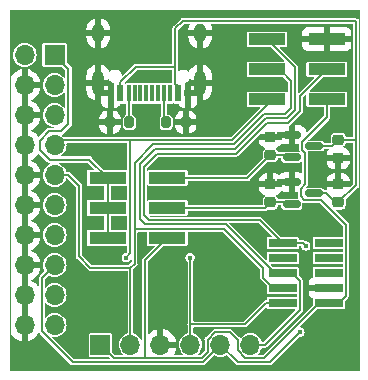
<source format=gbr>
G04 #@! TF.GenerationSoftware,KiCad,Pcbnew,(6.99.0-1917-g23fb4c7433)*
G04 #@! TF.CreationDate,2022-06-18T14:57:07+10:00*
G04 #@! TF.ProjectId,JtagArm20Adapter,4a746167-4172-46d3-9230-416461707465,rev?*
G04 #@! TF.SameCoordinates,PX8404630PY68290a0*
G04 #@! TF.FileFunction,Copper,L1,Top*
G04 #@! TF.FilePolarity,Positive*
%FSLAX46Y46*%
G04 Gerber Fmt 4.6, Leading zero omitted, Abs format (unit mm)*
G04 Created by KiCad (PCBNEW (6.99.0-1917-g23fb4c7433)) date 2022-06-18 14:57:07*
%MOMM*%
%LPD*%
G01*
G04 APERTURE LIST*
G04 Aperture macros list*
%AMRoundRect*
0 Rectangle with rounded corners*
0 $1 Rounding radius*
0 $2 $3 $4 $5 $6 $7 $8 $9 X,Y pos of 4 corners*
0 Add a 4 corners polygon primitive as box body*
4,1,4,$2,$3,$4,$5,$6,$7,$8,$9,$2,$3,0*
0 Add four circle primitives for the rounded corners*
1,1,$1+$1,$2,$3*
1,1,$1+$1,$4,$5*
1,1,$1+$1,$6,$7*
1,1,$1+$1,$8,$9*
0 Add four rect primitives between the rounded corners*
20,1,$1+$1,$2,$3,$4,$5,0*
20,1,$1+$1,$4,$5,$6,$7,0*
20,1,$1+$1,$6,$7,$8,$9,0*
20,1,$1+$1,$8,$9,$2,$3,0*%
G04 Aperture macros list end*
G04 #@! TA.AperFunction,SMDPad,CuDef*
%ADD10R,2.400000X0.740000*%
G04 #@! TD*
G04 #@! TA.AperFunction,ComponentPad*
%ADD11R,1.700000X1.700000*%
G04 #@! TD*
G04 #@! TA.AperFunction,ComponentPad*
%ADD12O,1.700000X1.700000*%
G04 #@! TD*
G04 #@! TA.AperFunction,SMDPad,CuDef*
%ADD13RoundRect,0.225000X0.250000X-0.225000X0.250000X0.225000X-0.250000X0.225000X-0.250000X-0.225000X0*%
G04 #@! TD*
G04 #@! TA.AperFunction,SMDPad,CuDef*
%ADD14RoundRect,0.200000X-0.200000X-0.275000X0.200000X-0.275000X0.200000X0.275000X-0.200000X0.275000X0*%
G04 #@! TD*
G04 #@! TA.AperFunction,SMDPad,CuDef*
%ADD15RoundRect,0.200000X0.200000X0.275000X-0.200000X0.275000X-0.200000X-0.275000X0.200000X-0.275000X0*%
G04 #@! TD*
G04 #@! TA.AperFunction,SMDPad,CuDef*
%ADD16R,3.150000X1.000000*%
G04 #@! TD*
G04 #@! TA.AperFunction,SMDPad,CuDef*
%ADD17RoundRect,0.150000X-0.587500X-0.150000X0.587500X-0.150000X0.587500X0.150000X-0.587500X0.150000X0*%
G04 #@! TD*
G04 #@! TA.AperFunction,SMDPad,CuDef*
%ADD18RoundRect,0.225000X-0.250000X0.225000X-0.250000X-0.225000X0.250000X-0.225000X0.250000X0.225000X0*%
G04 #@! TD*
G04 #@! TA.AperFunction,SMDPad,CuDef*
%ADD19R,0.600000X1.450000*%
G04 #@! TD*
G04 #@! TA.AperFunction,SMDPad,CuDef*
%ADD20R,0.300000X1.450000*%
G04 #@! TD*
G04 #@! TA.AperFunction,ComponentPad*
%ADD21O,1.000000X2.100000*%
G04 #@! TD*
G04 #@! TA.AperFunction,ComponentPad*
%ADD22O,1.000000X1.600000*%
G04 #@! TD*
G04 #@! TA.AperFunction,ViaPad*
%ADD23C,0.450000*%
G04 #@! TD*
G04 #@! TA.AperFunction,Conductor*
%ADD24C,0.200000*%
G04 #@! TD*
G04 #@! TA.AperFunction,Profile*
%ADD25C,0.050000*%
G04 #@! TD*
G04 APERTURE END LIST*
D10*
X27019999Y5679999D03*
X23119999Y5679999D03*
X27019999Y6949999D03*
X23119999Y6949999D03*
X27019999Y8219999D03*
X23119999Y8219999D03*
X27019999Y9489999D03*
X23119999Y9489999D03*
X27019999Y10759999D03*
X23119999Y10759999D03*
D11*
X3809999Y26669999D03*
D12*
X1269999Y26669999D03*
X3809999Y24129999D03*
X1269999Y24129999D03*
X3809999Y21589999D03*
X1269999Y21589999D03*
X3809999Y19049999D03*
X1269999Y19049999D03*
X3809999Y16509999D03*
X1269999Y16509999D03*
X3809999Y13969999D03*
X1269999Y13969999D03*
X3809999Y11429999D03*
X1269999Y11429999D03*
X3809999Y8889999D03*
X1269999Y8889999D03*
X3809999Y6349999D03*
X1269999Y6349999D03*
X3809999Y3809999D03*
X1269999Y3809999D03*
D11*
X7689999Y2129999D03*
D12*
X10229999Y2129999D03*
X12769999Y2129999D03*
X15309999Y2129999D03*
X17849999Y2129999D03*
X20389999Y2129999D03*
D13*
X22070000Y14195000D03*
X22070000Y15745000D03*
D14*
X8495000Y20970000D03*
X10145000Y20970000D03*
D15*
X14895000Y20970000D03*
X13245000Y20970000D03*
D16*
X13344999Y11179999D03*
X8294999Y11179999D03*
X13344999Y13719999D03*
X8294999Y13719999D03*
X13344999Y16259999D03*
X8294999Y16259999D03*
D17*
X23882500Y19920000D03*
X23882500Y18020000D03*
X25757500Y18970000D03*
D16*
X26844999Y22929999D03*
X21794999Y22929999D03*
X26844999Y25469999D03*
X21794999Y25469999D03*
X26844999Y28009999D03*
X21794999Y28009999D03*
D18*
X27820000Y19495000D03*
X27820000Y17945000D03*
D13*
X27820000Y14195000D03*
X27820000Y15745000D03*
D19*
X15069999Y23424999D03*
X14269999Y23424999D03*
D20*
X13069999Y23424999D03*
X12069999Y23424999D03*
X11569999Y23424999D03*
X10569999Y23424999D03*
D19*
X9369999Y23424999D03*
X8569999Y23424999D03*
X8569999Y23424999D03*
X9369999Y23424999D03*
D20*
X10069999Y23424999D03*
X11069999Y23424999D03*
X12569999Y23424999D03*
X13569999Y23424999D03*
D19*
X14269999Y23424999D03*
X15069999Y23424999D03*
D21*
X16139999Y24339999D03*
D22*
X16139999Y28519999D03*
D21*
X7499999Y24339999D03*
D22*
X7499999Y28519999D03*
D17*
X23882500Y15920000D03*
X23882500Y14020000D03*
X25757500Y14970000D03*
D13*
X22070000Y18195000D03*
X22070000Y19745000D03*
D23*
X8107355Y9572475D03*
X16463820Y5266211D03*
X15421808Y17719253D03*
X6570000Y22220000D03*
X20827086Y11326911D03*
X1970000Y1220000D03*
X20586903Y18116568D03*
X28523714Y26659169D03*
X19862388Y14984791D03*
X11794980Y21220000D03*
X26270000Y7020000D03*
X25435696Y12998961D03*
X27859398Y7020000D03*
X2570000Y29220000D03*
X18115995Y8615821D03*
X11820000Y29220000D03*
X23878364Y14938183D03*
X23861273Y17023273D03*
X7191152Y12372945D03*
X18570000Y26220000D03*
X27992182Y21032571D03*
X24327902Y26856855D03*
X13465073Y6816218D03*
X23878364Y18971636D03*
X24261392Y28939885D03*
X22570000Y4620000D03*
X9265574Y12459379D03*
X11285619Y10348185D03*
X5962831Y4946500D03*
X19191753Y5266211D03*
X26229283Y16904654D03*
X25519091Y21637817D03*
X26853761Y1769647D03*
X28680908Y16869455D03*
X11794980Y24995020D03*
X8262936Y18457916D03*
X7225725Y15000546D03*
X9248287Y14948686D03*
X15491923Y14844562D03*
X15270000Y9520000D03*
X9870000Y9520000D03*
X25070000Y10520000D03*
X24570000Y3220000D03*
D24*
X8570000Y21045000D02*
X8495000Y20970000D01*
X15070000Y23425000D02*
X15070000Y21145000D01*
X27020000Y6680000D02*
X27850000Y6680000D01*
X15070000Y21145000D02*
X14895000Y20970000D01*
X8570000Y23425000D02*
X8570000Y21045000D01*
X23950000Y9220000D02*
X23120000Y9220000D01*
X12270000Y18720000D02*
X19075704Y18720000D01*
X24570000Y5107919D02*
X24570000Y7569022D01*
X23120000Y7950000D02*
X22140000Y7950000D01*
X11020480Y12769520D02*
X11020480Y17470480D01*
X24172852Y22022852D02*
X24172852Y25632148D01*
X18279520Y12370480D02*
X11419520Y12370480D01*
X24570000Y7569022D02*
X23919022Y8220000D01*
X11020480Y17470480D02*
X12270000Y18720000D01*
X20390000Y2130000D02*
X21592081Y2130000D01*
X21592081Y2130000D02*
X24570000Y5107919D01*
X21670000Y21320000D02*
X23470000Y21320000D01*
X21070000Y20714296D02*
X21070000Y20720000D01*
X11419520Y12370480D02*
X11020480Y12769520D01*
X19075704Y18720000D02*
X21070000Y20714296D01*
X23919022Y8220000D02*
X23120000Y8220000D01*
X21070000Y20720000D02*
X21670000Y21320000D01*
X22430000Y8220000D02*
X18279520Y12370480D01*
X23470000Y21320000D02*
X24172852Y22022852D01*
X23120000Y8220000D02*
X22430000Y8220000D01*
X24172852Y25632148D02*
X21795000Y28010000D01*
X10570000Y17514296D02*
X10570000Y12120000D01*
X5870000Y15620000D02*
X5870000Y9620000D01*
X23823332Y22173332D02*
X23319520Y21669520D01*
X18140489Y11929511D02*
X10570000Y11929511D01*
X21470000Y8600000D02*
X18140489Y11929511D01*
X18975704Y19114296D02*
X12170000Y19114296D01*
X22870000Y25470000D02*
X23823332Y24516668D01*
X23120000Y6950000D02*
X22320978Y6950000D01*
X18975704Y19120000D02*
X18975704Y19114296D01*
X23319520Y21669520D02*
X21525223Y21669519D01*
X21795000Y25470000D02*
X22870000Y25470000D01*
X21525223Y21669519D02*
X18975704Y19120000D01*
X12170000Y19114296D02*
X10570000Y17514296D01*
X3810000Y16510000D02*
X4980000Y16510000D01*
X21470000Y7800978D02*
X21470000Y8600000D01*
X10570000Y9020000D02*
X10230000Y8680000D01*
X10230000Y8680000D02*
X10230000Y2130000D01*
X6810000Y8680000D02*
X10230000Y8680000D01*
X22320978Y6950000D02*
X21470000Y7800978D01*
X23823332Y24516668D02*
X23823332Y22173332D01*
X4980000Y16510000D02*
X5870000Y15620000D01*
X10570000Y12220000D02*
X10570000Y9020000D01*
X5870000Y9620000D02*
X6810000Y8680000D01*
X10220481Y9870481D02*
X10220481Y19458113D01*
X15310000Y3860000D02*
X15310000Y2130000D01*
X9870000Y9520000D02*
X10220481Y9870481D01*
X15310000Y9480000D02*
X15310000Y3860000D01*
X19910000Y3860000D02*
X15310000Y3860000D01*
X10226184Y19463816D02*
X18813816Y19463816D01*
X10220481Y19458113D02*
X10226184Y19463816D01*
X21795000Y22445000D02*
X21795000Y22930000D01*
X15270000Y9520000D02*
X15310000Y9480000D01*
X4223816Y19463816D02*
X10226184Y19463816D01*
X18813816Y19463816D02*
X21795000Y22445000D01*
X21730000Y5680000D02*
X19910000Y3860000D01*
X3810000Y19050000D02*
X4223816Y19463816D01*
X23120000Y5680000D02*
X21730000Y5680000D01*
X3810000Y26670000D02*
X4959511Y25520489D01*
X8295000Y16260000D02*
X8295000Y11180000D01*
X3409511Y17820000D02*
X6735000Y17820000D01*
X4959511Y25520489D02*
X4959511Y20809511D01*
X4959511Y20809511D02*
X4349511Y20199511D01*
X4349511Y20199511D02*
X3333856Y20199511D01*
X3333856Y20199511D02*
X2570000Y19435655D01*
X2570000Y19435655D02*
X2570000Y18659511D01*
X2570000Y18659511D02*
X3409511Y17820000D01*
X6735000Y17820000D02*
X8295000Y16260000D01*
X11770978Y12720000D02*
X11370000Y13120978D01*
X21770000Y20920000D02*
X23564295Y20920000D01*
X19170000Y18320000D02*
X21770000Y20920000D01*
X16390479Y670480D02*
X17850000Y2130000D01*
X3810000Y8890000D02*
X2710489Y7790489D01*
X24570000Y23195000D02*
X26845000Y25470000D01*
X24570000Y21925705D02*
X24570000Y23195000D01*
X23564295Y20920000D02*
X24570000Y21925705D01*
X24570000Y3220000D02*
X22020480Y670480D01*
X25070000Y10520000D02*
X24830000Y10760000D01*
X5324040Y670480D02*
X16390479Y670480D01*
X2710489Y3284031D02*
X5324040Y670480D01*
X11370000Y17220000D02*
X12470000Y18320000D01*
X22020480Y670480D02*
X19309519Y670481D01*
X24830000Y10760000D02*
X23120000Y10760000D01*
X19309519Y670481D02*
X17850000Y2130000D01*
X12470000Y18320000D02*
X19170000Y18320000D01*
X21160000Y12720000D02*
X11770978Y12720000D01*
X2710489Y7790489D02*
X2710489Y3284031D01*
X11370000Y13120978D02*
X11370000Y17220000D01*
X23120000Y10760000D02*
X21160000Y12720000D01*
X14035479Y25685479D02*
X14035479Y24254521D01*
X27820000Y14195000D02*
X29320000Y15695000D01*
X9370000Y24350000D02*
X10705479Y25685479D01*
X14035479Y28935479D02*
X14035479Y25685479D01*
X27295000Y18970000D02*
X27820000Y19495000D01*
X29220480Y29569520D02*
X14669520Y29569520D01*
X25757500Y18970000D02*
X27295000Y18970000D01*
X29320000Y19470000D02*
X29320000Y29470000D01*
X29320000Y29470000D02*
X29220480Y29569520D01*
X14669520Y29569520D02*
X14035479Y28935479D01*
X14035479Y24254521D02*
X14270000Y24020000D01*
X14270000Y24020000D02*
X14270000Y23425000D01*
X9370000Y23425000D02*
X9370000Y24350000D01*
X29295000Y19495000D02*
X29320000Y19470000D01*
X27820000Y19495000D02*
X29295000Y19495000D01*
X29320000Y15695000D02*
X29320000Y19470000D01*
X10705479Y25685479D02*
X14035479Y25685479D01*
X26742032Y14970000D02*
X27517032Y14195000D01*
X25757500Y14970000D02*
X26742032Y14970000D01*
X27517032Y14195000D02*
X27820000Y14195000D01*
X22070000Y18195000D02*
X23707500Y18195000D01*
X13345000Y16260000D02*
X20135000Y16260000D01*
X23707500Y18195000D02*
X23882500Y18020000D01*
X20135000Y16260000D02*
X22070000Y18195000D01*
X13345000Y13720000D02*
X21595000Y13720000D01*
X23707500Y14195000D02*
X23882500Y14020000D01*
X22070000Y14195000D02*
X23707500Y14195000D01*
X21595000Y13720000D02*
X22070000Y14195000D01*
X16750489Y2585433D02*
X16750489Y1524785D01*
X24770480Y19320480D02*
X24770480Y18654514D01*
X8800000Y1020000D02*
X11470000Y1020000D01*
X11470000Y1020000D02*
X11470000Y9305000D01*
X28469511Y6299511D02*
X27850000Y5680000D01*
X24635486Y14704994D02*
X24920480Y14420000D01*
X19290489Y2585433D02*
X18646411Y3229511D01*
X25004514Y15739508D02*
X24635486Y15370480D01*
X24635486Y15370480D02*
X24635486Y14704994D01*
X16245704Y1020000D02*
X11470000Y1020000D01*
X7690000Y2130000D02*
X8800000Y1020000D01*
X24770480Y18654514D02*
X25004514Y18420480D01*
X11470000Y9305000D02*
X13345000Y11180000D01*
X16750489Y1524785D02*
X16245704Y1020000D01*
X25004514Y18420480D02*
X25004514Y15739508D01*
X26845000Y21395000D02*
X24770480Y19320480D01*
X18646411Y3229511D02*
X17394567Y3229511D01*
X19945056Y1020000D02*
X19290489Y1674567D01*
X19290489Y1674567D02*
X19290489Y2585433D01*
X27020000Y5680000D02*
X26190000Y5680000D01*
X28469511Y12320489D02*
X28469511Y6299511D01*
X26845000Y22930000D02*
X26845000Y21395000D01*
X27850000Y5680000D02*
X27020000Y5680000D01*
X26370000Y14420000D02*
X28469511Y12320489D01*
X24920480Y14420000D02*
X26370000Y14420000D01*
X21530000Y1020000D02*
X19945056Y1020000D01*
X17394567Y3229511D02*
X16750489Y2585433D01*
X26190000Y5680000D02*
X21530000Y1020000D01*
X13070000Y23425000D02*
X13070000Y21145000D01*
X13070000Y21145000D02*
X13245000Y20970000D01*
X10070000Y23425000D02*
X10070000Y21045000D01*
X10070000Y21045000D02*
X10145000Y20970000D01*
G04 #@! TA.AperFunction,Conductor*
G36*
X29530148Y30440148D02*
G01*
X29544500Y30405500D01*
X29544500Y29718057D01*
X29530148Y29683409D01*
X29495500Y29669057D01*
X29460852Y29683409D01*
X29418473Y29725788D01*
X29412382Y29733209D01*
X29401081Y29750121D01*
X29348016Y29785577D01*
X29318221Y29805486D01*
X29313487Y29806428D01*
X29313486Y29806428D01*
X29225216Y29823986D01*
X29220480Y29824928D01*
X29200540Y29820962D01*
X29190983Y29820020D01*
X14699017Y29820020D01*
X14689460Y29820962D01*
X14669520Y29824928D01*
X14664784Y29823986D01*
X14576514Y29806428D01*
X14576513Y29806428D01*
X14571779Y29805486D01*
X14541984Y29785577D01*
X14488919Y29750121D01*
X14486238Y29746108D01*
X14486236Y29746106D01*
X14477621Y29733212D01*
X14471527Y29725787D01*
X13879212Y29133472D01*
X13871787Y29127378D01*
X13854878Y29116080D01*
X13819422Y29063015D01*
X13799513Y29033220D01*
X13798571Y29028486D01*
X13798571Y29028485D01*
X13796457Y29017859D01*
X13780071Y28935479D01*
X13781013Y28930744D01*
X13784037Y28915542D01*
X13784979Y28905982D01*
X13784979Y25984979D01*
X13770627Y25950331D01*
X13735979Y25935979D01*
X10734981Y25935979D01*
X10725421Y25936921D01*
X10705479Y25940888D01*
X10700744Y25939946D01*
X10612472Y25922387D01*
X10612470Y25922386D01*
X10607739Y25921445D01*
X10557020Y25887556D01*
X10524878Y25866080D01*
X10522198Y25862069D01*
X10513582Y25849174D01*
X10507488Y25841749D01*
X10035140Y25369400D01*
X9583666Y24917926D01*
X9549018Y24903574D01*
X9514370Y24917926D01*
X9500437Y24946178D01*
X9491106Y25017054D01*
X9491106Y25017055D01*
X9490687Y25020236D01*
X9489460Y25023198D01*
X9489459Y25023202D01*
X9433927Y25157267D01*
X9433925Y25157270D01*
X9432698Y25160233D01*
X9340451Y25280451D01*
X9220233Y25372698D01*
X9217270Y25373925D01*
X9217267Y25373927D01*
X9083202Y25429459D01*
X9083198Y25429460D01*
X9080236Y25430687D01*
X9077055Y25431106D01*
X9077054Y25431106D01*
X9047635Y25434979D01*
X8967720Y25445500D01*
X8892280Y25445500D01*
X8812365Y25434979D01*
X8782946Y25431106D01*
X8782945Y25431106D01*
X8779764Y25430687D01*
X8776802Y25429460D01*
X8776798Y25429459D01*
X8642733Y25373927D01*
X8642730Y25373925D01*
X8639767Y25372698D01*
X8519549Y25280451D01*
X8515537Y25275223D01*
X8483059Y25256475D01*
X8446834Y25266183D01*
X8433452Y25281958D01*
X8343312Y25450599D01*
X8340649Y25454584D01*
X8217736Y25604355D01*
X8214355Y25607736D01*
X8064584Y25730649D01*
X8060599Y25733312D01*
X7889740Y25824638D01*
X7885301Y25826477D01*
X7763327Y25863478D01*
X7755903Y25862746D01*
X7754000Y25860427D01*
X7754000Y24603747D01*
X7756855Y24596855D01*
X7763747Y24594000D01*
X8306253Y24594000D01*
X8313145Y24596855D01*
X8319730Y24612752D01*
X8320300Y24612516D01*
X8330352Y24636782D01*
X8365000Y24651134D01*
X8399648Y24636782D01*
X8410270Y24620885D01*
X8417369Y24603747D01*
X8427302Y24579767D01*
X8519549Y24459549D01*
X8639767Y24367302D01*
X8642730Y24366075D01*
X8642733Y24366073D01*
X8776798Y24310541D01*
X8776802Y24310540D01*
X8779764Y24309313D01*
X8782944Y24308894D01*
X8786051Y24308062D01*
X8785668Y24306632D01*
X8813877Y24290343D01*
X8824000Y24260517D01*
X8824000Y22201747D01*
X8826855Y22194855D01*
X8833747Y22192000D01*
X8917270Y22192000D01*
X8919905Y22192141D01*
X8976048Y22198178D01*
X8981961Y22199574D01*
X9112679Y22248330D01*
X9118769Y22251655D01*
X9230100Y22334997D01*
X9235003Y22339900D01*
X9318345Y22451231D01*
X9321670Y22457321D01*
X9344162Y22517624D01*
X9369717Y22545072D01*
X9390073Y22549500D01*
X9684820Y22549500D01*
X9728722Y22558233D01*
X9732734Y22560914D01*
X9732737Y22560915D01*
X9743278Y22567958D01*
X9780060Y22575274D01*
X9811242Y22554438D01*
X9819500Y22527216D01*
X9819500Y21604375D01*
X9805148Y21569727D01*
X9792020Y21560354D01*
X9738517Y21534198D01*
X9655802Y21451483D01*
X9654018Y21447835D01*
X9654018Y21447834D01*
X9618917Y21376032D01*
X9604427Y21346393D01*
X9603879Y21342629D01*
X9603878Y21342627D01*
X9598153Y21303335D01*
X9594500Y21278260D01*
X9594500Y20661740D01*
X9594756Y20659983D01*
X9603820Y20597775D01*
X9604427Y20593607D01*
X9606097Y20590190D01*
X9606098Y20590188D01*
X9654018Y20492166D01*
X9655802Y20488517D01*
X9738517Y20405802D01*
X9742165Y20404018D01*
X9742166Y20404018D01*
X9840188Y20356098D01*
X9840190Y20356097D01*
X9843607Y20354427D01*
X9847371Y20353879D01*
X9847373Y20353878D01*
X9909027Y20344895D01*
X9911740Y20344500D01*
X10378260Y20344500D01*
X10380973Y20344895D01*
X10442627Y20353878D01*
X10442629Y20353879D01*
X10446393Y20354427D01*
X10449810Y20356097D01*
X10449812Y20356098D01*
X10547834Y20404018D01*
X10547835Y20404018D01*
X10551483Y20405802D01*
X10634198Y20488517D01*
X10635982Y20492166D01*
X10683902Y20590188D01*
X10683903Y20590190D01*
X10685573Y20593607D01*
X10686181Y20597775D01*
X10695244Y20659983D01*
X10695500Y20661740D01*
X10695500Y21278260D01*
X10691847Y21303335D01*
X10686122Y21342627D01*
X10686121Y21342629D01*
X10685573Y21346393D01*
X10671084Y21376032D01*
X10635982Y21447834D01*
X10635982Y21447835D01*
X10634198Y21451483D01*
X10551483Y21534198D01*
X10478807Y21569727D01*
X10449812Y21583902D01*
X10449810Y21583903D01*
X10446393Y21585573D01*
X10442629Y21586121D01*
X10442627Y21586122D01*
X10380017Y21595244D01*
X10378260Y21595500D01*
X10369500Y21595500D01*
X10334852Y21609852D01*
X10320500Y21644500D01*
X10320500Y22506638D01*
X10334852Y22541286D01*
X10369500Y22555638D01*
X10379058Y22554696D01*
X10405180Y22549500D01*
X10734820Y22549500D01*
X10778722Y22558233D01*
X10782734Y22560914D01*
X10782737Y22560915D01*
X10792778Y22567624D01*
X10829560Y22574940D01*
X10847222Y22567624D01*
X10857263Y22560915D01*
X10857266Y22560914D01*
X10861278Y22558233D01*
X10905180Y22549500D01*
X11234820Y22549500D01*
X11278722Y22558233D01*
X11282734Y22560914D01*
X11282737Y22560915D01*
X11292778Y22567624D01*
X11329560Y22574940D01*
X11347222Y22567624D01*
X11357263Y22560915D01*
X11357266Y22560914D01*
X11361278Y22558233D01*
X11405180Y22549500D01*
X11734820Y22549500D01*
X11778722Y22558233D01*
X11782734Y22560914D01*
X11782737Y22560915D01*
X11792778Y22567624D01*
X11829560Y22574940D01*
X11847222Y22567624D01*
X11857263Y22560915D01*
X11857266Y22560914D01*
X11861278Y22558233D01*
X11905180Y22549500D01*
X12234820Y22549500D01*
X12278722Y22558233D01*
X12282734Y22560914D01*
X12282737Y22560915D01*
X12292778Y22567624D01*
X12329560Y22574940D01*
X12347222Y22567624D01*
X12357263Y22560915D01*
X12357266Y22560914D01*
X12361278Y22558233D01*
X12405180Y22549500D01*
X12734820Y22549500D01*
X12760941Y22554696D01*
X12797722Y22547380D01*
X12818558Y22516198D01*
X12819500Y22506638D01*
X12819500Y21535477D01*
X12805148Y21500829D01*
X12755802Y21451483D01*
X12754018Y21447835D01*
X12754018Y21447834D01*
X12718917Y21376032D01*
X12704427Y21346393D01*
X12703879Y21342629D01*
X12703878Y21342627D01*
X12698153Y21303335D01*
X12694500Y21278260D01*
X12694500Y20661740D01*
X12694756Y20659983D01*
X12703820Y20597775D01*
X12704427Y20593607D01*
X12706097Y20590190D01*
X12706098Y20590188D01*
X12754018Y20492166D01*
X12755802Y20488517D01*
X12838517Y20405802D01*
X12842165Y20404018D01*
X12842166Y20404018D01*
X12940188Y20356098D01*
X12940190Y20356097D01*
X12943607Y20354427D01*
X12947371Y20353879D01*
X12947373Y20353878D01*
X13009027Y20344895D01*
X13011740Y20344500D01*
X13478260Y20344500D01*
X13480973Y20344895D01*
X13542627Y20353878D01*
X13542629Y20353879D01*
X13546393Y20354427D01*
X13549810Y20356097D01*
X13549812Y20356098D01*
X13647834Y20404018D01*
X13647835Y20404018D01*
X13651483Y20405802D01*
X13734198Y20488517D01*
X13735982Y20492166D01*
X13783902Y20590188D01*
X13783903Y20590190D01*
X13785573Y20593607D01*
X13786181Y20597775D01*
X13792171Y20638892D01*
X13987001Y20638892D01*
X13987102Y20636665D01*
X13993248Y20569021D01*
X13994253Y20563968D01*
X14043751Y20405123D01*
X14046166Y20399758D01*
X14132049Y20257691D01*
X14135676Y20253061D01*
X14253061Y20135676D01*
X14257691Y20132049D01*
X14399758Y20046166D01*
X14405123Y20043751D01*
X14563968Y19994253D01*
X14569021Y19993248D01*
X14632426Y19987486D01*
X14638145Y19989855D01*
X14641000Y19996747D01*
X14641000Y19996748D01*
X15149000Y19996748D01*
X15151855Y19989856D01*
X15157574Y19987487D01*
X15220979Y19993248D01*
X15226032Y19994253D01*
X15384877Y20043751D01*
X15390242Y20046166D01*
X15532309Y20132049D01*
X15536939Y20135676D01*
X15654324Y20253061D01*
X15657951Y20257691D01*
X15743834Y20399758D01*
X15746249Y20405123D01*
X15795747Y20563968D01*
X15796752Y20569021D01*
X15802899Y20636664D01*
X15803000Y20638891D01*
X15803000Y20706253D01*
X15800145Y20713145D01*
X15793253Y20716000D01*
X15158747Y20716000D01*
X15151855Y20713145D01*
X15149000Y20706253D01*
X15149000Y19996748D01*
X14641000Y19996748D01*
X14641000Y20706253D01*
X14638145Y20713145D01*
X14631253Y20716000D01*
X13996748Y20716000D01*
X13989856Y20713145D01*
X13987001Y20706253D01*
X13987001Y20638892D01*
X13792171Y20638892D01*
X13795244Y20659983D01*
X13795500Y20661740D01*
X13795500Y21233747D01*
X13987000Y21233747D01*
X13989855Y21226855D01*
X13996747Y21224000D01*
X14631253Y21224000D01*
X14638145Y21226855D01*
X14641000Y21233747D01*
X15149000Y21233747D01*
X15151855Y21226855D01*
X15158747Y21224000D01*
X15793252Y21224000D01*
X15800144Y21226855D01*
X15802999Y21233747D01*
X15802999Y21301108D01*
X15802898Y21303335D01*
X15796752Y21370979D01*
X15795747Y21376032D01*
X15746249Y21534877D01*
X15743834Y21540242D01*
X15657951Y21682309D01*
X15654324Y21686939D01*
X15536939Y21804324D01*
X15532309Y21807951D01*
X15390242Y21893834D01*
X15384877Y21896249D01*
X15226032Y21945747D01*
X15220979Y21946752D01*
X15157574Y21952514D01*
X15151855Y21950145D01*
X15149000Y21943253D01*
X15149000Y21233747D01*
X14641000Y21233747D01*
X14641000Y21943252D01*
X14638145Y21950144D01*
X14632426Y21952513D01*
X14569021Y21946752D01*
X14563968Y21945747D01*
X14405123Y21896249D01*
X14399758Y21893834D01*
X14257691Y21807951D01*
X14253061Y21804324D01*
X14135676Y21686939D01*
X14132049Y21682309D01*
X14046166Y21540242D01*
X14043751Y21534877D01*
X13994253Y21376032D01*
X13993248Y21370979D01*
X13987101Y21303336D01*
X13987000Y21301109D01*
X13987000Y21233747D01*
X13795500Y21233747D01*
X13795500Y21278260D01*
X13791847Y21303335D01*
X13786122Y21342627D01*
X13786121Y21342629D01*
X13785573Y21346393D01*
X13771084Y21376032D01*
X13735982Y21447834D01*
X13735982Y21447835D01*
X13734198Y21451483D01*
X13651483Y21534198D01*
X13578807Y21569727D01*
X13549812Y21583902D01*
X13549810Y21583903D01*
X13546393Y21585573D01*
X13542629Y21586121D01*
X13542627Y21586122D01*
X13480017Y21595244D01*
X13478260Y21595500D01*
X13369500Y21595500D01*
X13334852Y21609852D01*
X13320500Y21644500D01*
X13320500Y22506638D01*
X13334852Y22541286D01*
X13369500Y22555638D01*
X13379058Y22554696D01*
X13405180Y22549500D01*
X13734820Y22549500D01*
X13778722Y22558233D01*
X13817778Y22584329D01*
X13854559Y22591646D01*
X13872221Y22584330D01*
X13911278Y22558233D01*
X13955180Y22549500D01*
X14249927Y22549500D01*
X14284575Y22535148D01*
X14295838Y22517624D01*
X14318330Y22457321D01*
X14321655Y22451231D01*
X14404997Y22339900D01*
X14409900Y22334997D01*
X14521231Y22251655D01*
X14527321Y22248330D01*
X14658039Y22199574D01*
X14663952Y22198178D01*
X14720095Y22192141D01*
X14722730Y22192000D01*
X14806253Y22192000D01*
X14813145Y22194855D01*
X14816000Y22201747D01*
X15324000Y22201747D01*
X15326855Y22194855D01*
X15333747Y22192000D01*
X15417270Y22192000D01*
X15419905Y22192141D01*
X15476048Y22198178D01*
X15481961Y22199574D01*
X15612679Y22248330D01*
X15618769Y22251655D01*
X15730100Y22334997D01*
X15735003Y22339900D01*
X15818345Y22451231D01*
X15821670Y22457321D01*
X15870426Y22588039D01*
X15871822Y22593952D01*
X15877859Y22650095D01*
X15878000Y22652730D01*
X15878000Y22792291D01*
X15885326Y22812767D01*
X15886000Y22817310D01*
X15886000Y22823440D01*
X16394000Y22823440D01*
X16396855Y22816548D01*
X16399627Y22815400D01*
X16525301Y22853523D01*
X16529740Y22855362D01*
X16700599Y22946688D01*
X16704584Y22949351D01*
X16854355Y23072264D01*
X16857736Y23075645D01*
X16980649Y23225416D01*
X16983312Y23229401D01*
X17074638Y23400260D01*
X17076477Y23404699D01*
X17132717Y23590096D01*
X17133651Y23594789D01*
X17147882Y23739283D01*
X17148000Y23741686D01*
X17148000Y24076253D01*
X17145145Y24083145D01*
X17138253Y24086000D01*
X16403747Y24086000D01*
X16396855Y24083145D01*
X16394000Y24076253D01*
X16394000Y22823440D01*
X15886000Y22823440D01*
X15886000Y23161253D01*
X15883145Y23168145D01*
X15876253Y23171000D01*
X15333747Y23171000D01*
X15326855Y23168145D01*
X15324000Y23161253D01*
X15324000Y22201747D01*
X14816000Y22201747D01*
X14816000Y23161253D01*
X14813145Y23168145D01*
X14806253Y23171000D01*
X14769500Y23171000D01*
X14734852Y23185352D01*
X14720500Y23220000D01*
X14720500Y23630000D01*
X14734852Y23664648D01*
X14769500Y23679000D01*
X14806253Y23679000D01*
X14813145Y23681855D01*
X14816000Y23688747D01*
X15324000Y23688747D01*
X15326855Y23681855D01*
X15333747Y23679000D01*
X15876253Y23679000D01*
X15883145Y23681855D01*
X15886000Y23688747D01*
X15886000Y24076253D01*
X15883145Y24083145D01*
X15876253Y24086000D01*
X15333747Y24086000D01*
X15326855Y24083145D01*
X15324000Y24076253D01*
X15324000Y23688747D01*
X14816000Y23688747D01*
X14816000Y24260517D01*
X14830352Y24295165D01*
X14854247Y24306950D01*
X14853949Y24308062D01*
X14857056Y24308894D01*
X14860236Y24309313D01*
X14863198Y24310540D01*
X14863202Y24310541D01*
X14997267Y24366073D01*
X14997270Y24366075D01*
X15000233Y24367302D01*
X15120451Y24459549D01*
X15212698Y24579767D01*
X15222631Y24603747D01*
X15229730Y24620885D01*
X15256248Y24647404D01*
X15293751Y24647404D01*
X15320270Y24620886D01*
X15323383Y24605238D01*
X15326855Y24596855D01*
X15333747Y24594000D01*
X15876253Y24594000D01*
X15883145Y24596855D01*
X15886000Y24603747D01*
X16394000Y24603747D01*
X16396855Y24596855D01*
X16403747Y24594000D01*
X17138253Y24594000D01*
X17145145Y24596855D01*
X17148000Y24603747D01*
X17148000Y24938314D01*
X17147882Y24940717D01*
X17133651Y25085211D01*
X17132717Y25089904D01*
X17076477Y25275301D01*
X17074638Y25279740D01*
X16983312Y25450599D01*
X16980649Y25454584D01*
X16857736Y25604355D01*
X16854355Y25607736D01*
X16704584Y25730649D01*
X16700599Y25733312D01*
X16529740Y25824638D01*
X16525301Y25826477D01*
X16403327Y25863478D01*
X16395903Y25862746D01*
X16394000Y25860427D01*
X16394000Y24603747D01*
X15886000Y24603747D01*
X15886000Y25856560D01*
X15883145Y25863452D01*
X15880373Y25864600D01*
X15754699Y25826477D01*
X15750260Y25824638D01*
X15579401Y25733312D01*
X15575416Y25730649D01*
X15425645Y25607736D01*
X15422264Y25604355D01*
X15299351Y25454584D01*
X15296688Y25450599D01*
X15206548Y25281958D01*
X15177558Y25258166D01*
X15140236Y25261842D01*
X15124463Y25275222D01*
X15120451Y25280451D01*
X15000233Y25372698D01*
X14997270Y25373925D01*
X14997267Y25373927D01*
X14863202Y25429459D01*
X14863198Y25429460D01*
X14860236Y25430687D01*
X14857055Y25431106D01*
X14857054Y25431106D01*
X14827635Y25434979D01*
X14747720Y25445500D01*
X14672280Y25445500D01*
X14592365Y25434979D01*
X14562946Y25431106D01*
X14562945Y25431106D01*
X14559764Y25430687D01*
X14556802Y25429460D01*
X14556798Y25429459D01*
X14422733Y25373927D01*
X14422730Y25373925D01*
X14419767Y25372698D01*
X14364807Y25330525D01*
X14328583Y25320819D01*
X14296105Y25339570D01*
X14285979Y25369400D01*
X14285979Y25655982D01*
X14286921Y25665542D01*
X14288359Y25672768D01*
X14290887Y25685479D01*
X14286921Y25705419D01*
X14285979Y25714976D01*
X14285979Y28171686D01*
X15132000Y28171686D01*
X15132118Y28169283D01*
X15146349Y28024789D01*
X15147283Y28020096D01*
X15203523Y27834699D01*
X15205362Y27830260D01*
X15296688Y27659401D01*
X15299351Y27655416D01*
X15422264Y27505645D01*
X15425645Y27502264D01*
X15575416Y27379351D01*
X15579401Y27376688D01*
X15750260Y27285362D01*
X15754699Y27283523D01*
X15876673Y27246522D01*
X15884097Y27247254D01*
X15886000Y27249573D01*
X15886000Y27253440D01*
X16394000Y27253440D01*
X16396855Y27246548D01*
X16399627Y27245400D01*
X16525301Y27283523D01*
X16529740Y27285362D01*
X16700599Y27376688D01*
X16704584Y27379351D01*
X16854355Y27502264D01*
X16857736Y27505645D01*
X16980649Y27655416D01*
X16983312Y27659401D01*
X17074638Y27830260D01*
X17076477Y27834699D01*
X17132717Y28020096D01*
X17133651Y28024789D01*
X17147882Y28169283D01*
X17148000Y28171686D01*
X17148000Y28256253D01*
X17145145Y28263145D01*
X17138253Y28266000D01*
X16403747Y28266000D01*
X16396855Y28263145D01*
X16394000Y28256253D01*
X16394000Y27253440D01*
X15886000Y27253440D01*
X15886000Y28256253D01*
X15883145Y28263145D01*
X15876253Y28266000D01*
X15141747Y28266000D01*
X15134855Y28263145D01*
X15132000Y28256253D01*
X15132000Y28171686D01*
X14285979Y28171686D01*
X14285979Y28811423D01*
X14300331Y28846071D01*
X14758928Y29304668D01*
X14793576Y29319020D01*
X15182022Y29319020D01*
X15216670Y29304668D01*
X15231022Y29270020D01*
X15225236Y29246922D01*
X15205362Y29209741D01*
X15203523Y29205301D01*
X15147283Y29019904D01*
X15146349Y29015211D01*
X15132118Y28870717D01*
X15132000Y28868314D01*
X15132000Y28783747D01*
X15134855Y28776855D01*
X15141747Y28774000D01*
X15876253Y28774000D01*
X15883145Y28776855D01*
X15886000Y28783747D01*
X15886000Y29270020D01*
X15900352Y29304668D01*
X15935000Y29319020D01*
X16345000Y29319020D01*
X16379648Y29304668D01*
X16394000Y29270020D01*
X16394000Y28783747D01*
X16396855Y28776855D01*
X16403747Y28774000D01*
X17138253Y28774000D01*
X17145145Y28776855D01*
X17148000Y28783747D01*
X17148000Y28868314D01*
X17147882Y28870717D01*
X17133651Y29015211D01*
X17132717Y29019904D01*
X17076477Y29205301D01*
X17074638Y29209741D01*
X17054764Y29246922D01*
X17051088Y29284244D01*
X17074880Y29313234D01*
X17097978Y29319020D01*
X29020500Y29319020D01*
X29055148Y29304668D01*
X29069500Y29270020D01*
X29069500Y19794500D01*
X29055148Y19759852D01*
X29020500Y19745500D01*
X28489355Y19745500D01*
X28454707Y19759852D01*
X28440867Y19787436D01*
X28435415Y19824860D01*
X28435414Y19824863D01*
X28434866Y19828625D01*
X28401163Y19897566D01*
X28381610Y19937562D01*
X28379826Y19941211D01*
X28291211Y20029826D01*
X28178625Y20084866D01*
X28174863Y20085414D01*
X28174860Y20085415D01*
X28107394Y20095244D01*
X28107392Y20095244D01*
X28105636Y20095500D01*
X27534364Y20095500D01*
X27532608Y20095244D01*
X27532606Y20095244D01*
X27465140Y20085415D01*
X27465137Y20085414D01*
X27461375Y20084866D01*
X27348789Y20029826D01*
X27260174Y19941211D01*
X27258390Y19937562D01*
X27238837Y19897566D01*
X27205134Y19828625D01*
X27194500Y19755636D01*
X27194500Y19269500D01*
X27180148Y19234852D01*
X27145500Y19220500D01*
X26661042Y19220500D01*
X26626394Y19234852D01*
X26616217Y19249708D01*
X26599039Y19288614D01*
X26599039Y19288615D01*
X26597206Y19292765D01*
X26517765Y19372206D01*
X26414991Y19417585D01*
X26411333Y19418009D01*
X26411331Y19418010D01*
X26391272Y19420337D01*
X26391268Y19420337D01*
X26389865Y19420500D01*
X26376036Y19420500D01*
X25343055Y19420499D01*
X25308407Y19434851D01*
X25294055Y19469499D01*
X25308407Y19504147D01*
X27001267Y21197007D01*
X27008692Y21203101D01*
X27021590Y21211719D01*
X27025601Y21214399D01*
X27038529Y21233747D01*
X27070079Y21280965D01*
X27078285Y21293245D01*
X27078287Y21293250D01*
X27080966Y21297259D01*
X27090740Y21346393D01*
X27099466Y21390264D01*
X27100408Y21395000D01*
X27096442Y21414940D01*
X27095500Y21424497D01*
X27095500Y22230500D01*
X27109852Y22265148D01*
X27144500Y22279500D01*
X28434820Y22279500D01*
X28478722Y22288233D01*
X28528504Y22321496D01*
X28561767Y22371278D01*
X28570500Y22415180D01*
X28570500Y23444820D01*
X28561767Y23488722D01*
X28528504Y23538504D01*
X28478722Y23571767D01*
X28434820Y23580500D01*
X25428056Y23580500D01*
X25393408Y23594852D01*
X25379056Y23629500D01*
X25393408Y23664148D01*
X25937983Y24208722D01*
X26534409Y24805148D01*
X26569057Y24819500D01*
X28434820Y24819500D01*
X28478722Y24828233D01*
X28528504Y24861496D01*
X28561767Y24911278D01*
X28570500Y24955180D01*
X28570500Y25984820D01*
X28561767Y26028722D01*
X28528504Y26078504D01*
X28478722Y26111767D01*
X28434820Y26120500D01*
X25255180Y26120500D01*
X25211278Y26111767D01*
X25161496Y26078504D01*
X25128233Y26028722D01*
X25119500Y25984820D01*
X25119500Y24955180D01*
X25128233Y24911278D01*
X25161496Y24861496D01*
X25211278Y24828233D01*
X25255180Y24819500D01*
X25721943Y24819500D01*
X25756591Y24805148D01*
X25770943Y24770500D01*
X25756591Y24735852D01*
X24507000Y23486260D01*
X24472352Y23471908D01*
X24437704Y23486260D01*
X24423352Y23520908D01*
X24423352Y25602646D01*
X24424294Y25612206D01*
X24427319Y25627413D01*
X24428261Y25632148D01*
X24408818Y25729888D01*
X24367430Y25791831D01*
X24367429Y25791832D01*
X24353453Y25812749D01*
X24336547Y25824045D01*
X24329122Y25830139D01*
X22883408Y27275852D01*
X22869056Y27310500D01*
X22883408Y27345148D01*
X22918056Y27359500D01*
X23384820Y27359500D01*
X23428722Y27368233D01*
X23478504Y27401496D01*
X23511767Y27451278D01*
X23514045Y27462730D01*
X24762000Y27462730D01*
X24762141Y27460095D01*
X24768178Y27403952D01*
X24769574Y27398039D01*
X24818330Y27267321D01*
X24821655Y27261231D01*
X24904997Y27149900D01*
X24909900Y27144997D01*
X25021231Y27061655D01*
X25027321Y27058330D01*
X25158039Y27009574D01*
X25163952Y27008178D01*
X25220095Y27002141D01*
X25222730Y27002000D01*
X26581253Y27002000D01*
X26588145Y27004855D01*
X26591000Y27011747D01*
X27099000Y27011747D01*
X27101855Y27004855D01*
X27108747Y27002000D01*
X28467270Y27002000D01*
X28469905Y27002141D01*
X28526048Y27008178D01*
X28531961Y27009574D01*
X28662679Y27058330D01*
X28668769Y27061655D01*
X28780100Y27144997D01*
X28785003Y27149900D01*
X28868345Y27261231D01*
X28871670Y27267321D01*
X28920426Y27398039D01*
X28921822Y27403952D01*
X28927859Y27460095D01*
X28928000Y27462730D01*
X28928000Y27746253D01*
X28925145Y27753145D01*
X28918253Y27756000D01*
X27108747Y27756000D01*
X27101855Y27753145D01*
X27099000Y27746253D01*
X27099000Y27011747D01*
X26591000Y27011747D01*
X26591000Y27746253D01*
X26588145Y27753145D01*
X26581253Y27756000D01*
X24771747Y27756000D01*
X24764855Y27753145D01*
X24762000Y27746253D01*
X24762000Y27462730D01*
X23514045Y27462730D01*
X23520500Y27495180D01*
X23520500Y28273747D01*
X24762000Y28273747D01*
X24764855Y28266855D01*
X24771747Y28264000D01*
X26581253Y28264000D01*
X26588145Y28266855D01*
X26591000Y28273747D01*
X27099000Y28273747D01*
X27101855Y28266855D01*
X27108747Y28264000D01*
X28918253Y28264000D01*
X28925145Y28266855D01*
X28928000Y28273747D01*
X28928000Y28557270D01*
X28927859Y28559905D01*
X28921822Y28616048D01*
X28920426Y28621961D01*
X28871670Y28752679D01*
X28868345Y28758769D01*
X28785003Y28870100D01*
X28780100Y28875003D01*
X28668769Y28958345D01*
X28662679Y28961670D01*
X28531961Y29010426D01*
X28526048Y29011822D01*
X28469905Y29017859D01*
X28467270Y29018000D01*
X27108747Y29018000D01*
X27101855Y29015145D01*
X27099000Y29008253D01*
X27099000Y28273747D01*
X26591000Y28273747D01*
X26591000Y29008253D01*
X26588145Y29015145D01*
X26581253Y29018000D01*
X25222730Y29018000D01*
X25220095Y29017859D01*
X25163952Y29011822D01*
X25158039Y29010426D01*
X25027321Y28961670D01*
X25021231Y28958345D01*
X24909900Y28875003D01*
X24904997Y28870100D01*
X24821655Y28758769D01*
X24818330Y28752679D01*
X24769574Y28621961D01*
X24768178Y28616048D01*
X24762141Y28559905D01*
X24762000Y28557270D01*
X24762000Y28273747D01*
X23520500Y28273747D01*
X23520500Y28524820D01*
X23511767Y28568722D01*
X23478504Y28618504D01*
X23428722Y28651767D01*
X23384820Y28660500D01*
X20205180Y28660500D01*
X20161278Y28651767D01*
X20111496Y28618504D01*
X20078233Y28568722D01*
X20069500Y28524820D01*
X20069500Y27495180D01*
X20078233Y27451278D01*
X20111496Y27401496D01*
X20161278Y27368233D01*
X20205180Y27359500D01*
X22070944Y27359500D01*
X22105592Y27345148D01*
X23246591Y26204148D01*
X23260943Y26169500D01*
X23246591Y26134852D01*
X23211943Y26120500D01*
X20205180Y26120500D01*
X20161278Y26111767D01*
X20111496Y26078504D01*
X20078233Y26028722D01*
X20069500Y25984820D01*
X20069500Y24955180D01*
X20078233Y24911278D01*
X20111496Y24861496D01*
X20161278Y24828233D01*
X20205180Y24819500D01*
X23145944Y24819500D01*
X23180592Y24805148D01*
X23558480Y24427260D01*
X23572832Y24392612D01*
X23572832Y23558864D01*
X23558480Y23524216D01*
X23523832Y23509864D01*
X23489184Y23524216D01*
X23483091Y23531640D01*
X23481186Y23534491D01*
X23481184Y23534493D01*
X23478504Y23538504D01*
X23428722Y23571767D01*
X23384820Y23580500D01*
X20205180Y23580500D01*
X20161278Y23571767D01*
X20111496Y23538504D01*
X20078233Y23488722D01*
X20069500Y23444820D01*
X20069500Y22415180D01*
X20078233Y22371278D01*
X20111496Y22321496D01*
X20161278Y22288233D01*
X20205180Y22279500D01*
X21156943Y22279500D01*
X21191591Y22265148D01*
X21205943Y22230500D01*
X21191591Y22195852D01*
X18724408Y19728668D01*
X18689760Y19714316D01*
X10255681Y19714316D01*
X10246124Y19715258D01*
X10226184Y19719224D01*
X10206244Y19715258D01*
X10196687Y19714316D01*
X4582274Y19714316D01*
X4547626Y19728668D01*
X4544410Y19732215D01*
X4520883Y19760883D01*
X4438366Y19828604D01*
X4420688Y19861677D01*
X4431575Y19897566D01*
X4451753Y19912172D01*
X4455480Y19913616D01*
X4459944Y19914450D01*
X4463802Y19916839D01*
X4463805Y19916840D01*
X4487076Y19931249D01*
X4493079Y19934413D01*
X4518125Y19945472D01*
X4518126Y19945473D01*
X4522276Y19947305D01*
X4533323Y19958352D01*
X4542176Y19965365D01*
X4551605Y19971203D01*
X4551606Y19971204D01*
X4555463Y19973592D01*
X4558196Y19977211D01*
X4558198Y19977213D01*
X4574697Y19999062D01*
X4579152Y20004181D01*
X5132473Y20557502D01*
X5137592Y20561957D01*
X5139673Y20563528D01*
X5143739Y20565553D01*
X5146798Y20568908D01*
X5146800Y20568910D01*
X5176142Y20601097D01*
X5177705Y20602734D01*
X5191685Y20616714D01*
X5193709Y20619669D01*
X5197924Y20624991D01*
X5199434Y20626648D01*
X5210597Y20638892D01*
X7587001Y20638892D01*
X7587102Y20636665D01*
X7593248Y20569021D01*
X7594253Y20563968D01*
X7643751Y20405123D01*
X7646166Y20399758D01*
X7732049Y20257691D01*
X7735676Y20253061D01*
X7853061Y20135676D01*
X7857691Y20132049D01*
X7999758Y20046166D01*
X8005123Y20043751D01*
X8163968Y19994253D01*
X8169021Y19993248D01*
X8232426Y19987486D01*
X8238145Y19989855D01*
X8241000Y19996747D01*
X8241000Y19996748D01*
X8749000Y19996748D01*
X8751855Y19989856D01*
X8757574Y19987487D01*
X8820979Y19993248D01*
X8826032Y19994253D01*
X8984877Y20043751D01*
X8990242Y20046166D01*
X9132309Y20132049D01*
X9136939Y20135676D01*
X9254324Y20253061D01*
X9257951Y20257691D01*
X9343834Y20399758D01*
X9346249Y20405123D01*
X9395747Y20563968D01*
X9396752Y20569021D01*
X9402899Y20636664D01*
X9403000Y20638891D01*
X9403000Y20706253D01*
X9400145Y20713145D01*
X9393253Y20716000D01*
X8758747Y20716000D01*
X8751855Y20713145D01*
X8749000Y20706253D01*
X8749000Y19996748D01*
X8241000Y19996748D01*
X8241000Y20706253D01*
X8238145Y20713145D01*
X8231253Y20716000D01*
X7596748Y20716000D01*
X7589856Y20713145D01*
X7587001Y20706253D01*
X7587001Y20638892D01*
X5210597Y20638892D01*
X5219427Y20648578D01*
X5221973Y20655148D01*
X5225075Y20663156D01*
X5230337Y20673139D01*
X5239167Y20686030D01*
X5240207Y20690450D01*
X5240208Y20690453D01*
X5246474Y20717094D01*
X5248479Y20723569D01*
X5260011Y20753338D01*
X5260011Y20768965D01*
X5261313Y20780184D01*
X5263850Y20790969D01*
X5263850Y20790971D01*
X5264890Y20795392D01*
X5260481Y20826998D01*
X5260011Y20833768D01*
X5260011Y21233747D01*
X7587000Y21233747D01*
X7589855Y21226855D01*
X7596747Y21224000D01*
X8231253Y21224000D01*
X8238145Y21226855D01*
X8241000Y21233747D01*
X8749000Y21233747D01*
X8751855Y21226855D01*
X8758747Y21224000D01*
X9393252Y21224000D01*
X9400144Y21226855D01*
X9402999Y21233747D01*
X9402999Y21301108D01*
X9402898Y21303335D01*
X9396752Y21370979D01*
X9395747Y21376032D01*
X9346249Y21534877D01*
X9343834Y21540242D01*
X9257951Y21682309D01*
X9254324Y21686939D01*
X9136939Y21804324D01*
X9132309Y21807951D01*
X8990242Y21893834D01*
X8984877Y21896249D01*
X8826032Y21945747D01*
X8820979Y21946752D01*
X8757574Y21952514D01*
X8751855Y21950145D01*
X8749000Y21943253D01*
X8749000Y21233747D01*
X8241000Y21233747D01*
X8241000Y21943252D01*
X8238145Y21950144D01*
X8232426Y21952513D01*
X8169021Y21946752D01*
X8163968Y21945747D01*
X8005123Y21896249D01*
X7999758Y21893834D01*
X7857691Y21807951D01*
X7853061Y21804324D01*
X7735676Y21686939D01*
X7732049Y21682309D01*
X7646166Y21540242D01*
X7643751Y21534877D01*
X7594253Y21376032D01*
X7593248Y21370979D01*
X7587101Y21303336D01*
X7587000Y21301109D01*
X7587000Y21233747D01*
X5260011Y21233747D01*
X5260011Y23741686D01*
X6492000Y23741686D01*
X6492118Y23739283D01*
X6506349Y23594789D01*
X6507283Y23590096D01*
X6563523Y23404699D01*
X6565362Y23400260D01*
X6656688Y23229401D01*
X6659351Y23225416D01*
X6782264Y23075645D01*
X6785645Y23072264D01*
X6935416Y22949351D01*
X6939401Y22946688D01*
X7110260Y22855362D01*
X7114699Y22853523D01*
X7236673Y22816522D01*
X7244097Y22817254D01*
X7246000Y22819573D01*
X7246000Y22823440D01*
X7754000Y22823440D01*
X7758270Y22813132D01*
X7762000Y22794380D01*
X7762000Y22652730D01*
X7762141Y22650095D01*
X7768178Y22593952D01*
X7769574Y22588039D01*
X7818330Y22457321D01*
X7821655Y22451231D01*
X7904997Y22339900D01*
X7909900Y22334997D01*
X8021231Y22251655D01*
X8027321Y22248330D01*
X8158039Y22199574D01*
X8163952Y22198178D01*
X8220095Y22192141D01*
X8222730Y22192000D01*
X8306253Y22192000D01*
X8313145Y22194855D01*
X8316000Y22201747D01*
X8316000Y23161253D01*
X8313145Y23168145D01*
X8306253Y23171000D01*
X7763747Y23171000D01*
X7756855Y23168145D01*
X7754000Y23161253D01*
X7754000Y22823440D01*
X7246000Y22823440D01*
X7246000Y23688747D01*
X7754000Y23688747D01*
X7756855Y23681855D01*
X7763747Y23679000D01*
X8306253Y23679000D01*
X8313145Y23681855D01*
X8316000Y23688747D01*
X8316000Y24076253D01*
X8313145Y24083145D01*
X8306253Y24086000D01*
X7763747Y24086000D01*
X7756855Y24083145D01*
X7754000Y24076253D01*
X7754000Y23688747D01*
X7246000Y23688747D01*
X7246000Y24076253D01*
X7243145Y24083145D01*
X7236253Y24086000D01*
X6501747Y24086000D01*
X6494855Y24083145D01*
X6492000Y24076253D01*
X6492000Y23741686D01*
X5260011Y23741686D01*
X5260011Y24603747D01*
X6492000Y24603747D01*
X6494855Y24596855D01*
X6501747Y24594000D01*
X7236253Y24594000D01*
X7243145Y24596855D01*
X7246000Y24603747D01*
X7246000Y25856560D01*
X7243145Y25863452D01*
X7240373Y25864600D01*
X7114699Y25826477D01*
X7110260Y25824638D01*
X6939401Y25733312D01*
X6935416Y25730649D01*
X6785645Y25607736D01*
X6782264Y25604355D01*
X6659351Y25454584D01*
X6656688Y25450599D01*
X6565362Y25279740D01*
X6563523Y25275301D01*
X6507283Y25089904D01*
X6506349Y25085211D01*
X6492118Y24940717D01*
X6492000Y24938314D01*
X6492000Y24603747D01*
X5260011Y24603747D01*
X5260011Y25464597D01*
X5260481Y25471367D01*
X5260841Y25473949D01*
X5262284Y25478254D01*
X5260063Y25526299D01*
X5260011Y25528562D01*
X5260011Y25548333D01*
X5259352Y25551860D01*
X5258570Y25558599D01*
X5257306Y25585949D01*
X5257305Y25585952D01*
X5257096Y25590481D01*
X5250783Y25604779D01*
X5247442Y25615568D01*
X5245406Y25626462D01*
X5245405Y25626464D01*
X5244572Y25630922D01*
X5238362Y25640952D01*
X5227773Y25658054D01*
X5224609Y25664057D01*
X5213550Y25689103D01*
X5213549Y25689104D01*
X5211717Y25693254D01*
X5200670Y25704301D01*
X5193657Y25713154D01*
X5187819Y25722583D01*
X5187818Y25722584D01*
X5185430Y25726441D01*
X5181811Y25729174D01*
X5181809Y25729176D01*
X5159960Y25745675D01*
X5154841Y25750130D01*
X4874852Y26030119D01*
X4860500Y26064767D01*
X4860500Y27539748D01*
X4848867Y27598231D01*
X4804552Y27664552D01*
X4738231Y27708867D01*
X4679748Y27720500D01*
X2940252Y27720500D01*
X2881769Y27708867D01*
X2815448Y27664552D01*
X2771133Y27598231D01*
X2759500Y27539748D01*
X2759500Y25800252D01*
X2771133Y25741769D01*
X2773815Y25737755D01*
X2781375Y25726441D01*
X2815448Y25675448D01*
X2881769Y25631133D01*
X2940252Y25619500D01*
X4415233Y25619500D01*
X4449881Y25605148D01*
X4644659Y25410370D01*
X4659011Y25375722D01*
X4659011Y24809519D01*
X4644659Y24774871D01*
X4610011Y24760519D01*
X4575363Y24774871D01*
X4572134Y24778434D01*
X4522412Y24839020D01*
X4520883Y24840883D01*
X4368538Y24965910D01*
X4366419Y24967043D01*
X4366414Y24967046D01*
X4196857Y25057676D01*
X4196853Y25057678D01*
X4194727Y25058814D01*
X4192423Y25059513D01*
X4192418Y25059515D01*
X4008433Y25115326D01*
X4006132Y25116024D01*
X4003744Y25116259D01*
X4003740Y25116260D01*
X3812396Y25135105D01*
X3810000Y25135341D01*
X3807604Y25135105D01*
X3616260Y25116260D01*
X3616256Y25116259D01*
X3613868Y25116024D01*
X3611567Y25115326D01*
X3427582Y25059515D01*
X3427577Y25059513D01*
X3425273Y25058814D01*
X3423147Y25057678D01*
X3423143Y25057676D01*
X3253586Y24967046D01*
X3253581Y24967043D01*
X3251462Y24965910D01*
X3099117Y24840883D01*
X2974090Y24688538D01*
X2972957Y24686419D01*
X2972954Y24686414D01*
X2882324Y24516857D01*
X2882322Y24516853D01*
X2881186Y24514727D01*
X2880487Y24512423D01*
X2880485Y24512418D01*
X2843365Y24390049D01*
X2823976Y24326132D01*
X2823741Y24323744D01*
X2823740Y24323740D01*
X2814884Y24233816D01*
X2804659Y24130000D01*
X2804895Y24127604D01*
X2809953Y24076253D01*
X2823976Y23933868D01*
X2824674Y23931567D01*
X2880485Y23747582D01*
X2880487Y23747577D01*
X2881186Y23745273D01*
X2882322Y23743147D01*
X2882324Y23743143D01*
X2972954Y23573586D01*
X2972957Y23573581D01*
X2974090Y23571462D01*
X3006771Y23531640D01*
X3096717Y23422042D01*
X3099117Y23419117D01*
X3100980Y23417588D01*
X3137771Y23387394D01*
X3251462Y23294090D01*
X3253581Y23292957D01*
X3253586Y23292954D01*
X3423143Y23202324D01*
X3423147Y23202322D01*
X3425273Y23201186D01*
X3427577Y23200487D01*
X3427582Y23200485D01*
X3611567Y23144674D01*
X3613868Y23143976D01*
X3616256Y23143741D01*
X3616260Y23143740D01*
X3807604Y23124895D01*
X3810000Y23124659D01*
X3812396Y23124895D01*
X4003740Y23143740D01*
X4003744Y23143741D01*
X4006132Y23143976D01*
X4008433Y23144674D01*
X4192418Y23200485D01*
X4192423Y23200487D01*
X4194727Y23201186D01*
X4196853Y23202322D01*
X4196857Y23202324D01*
X4366414Y23292954D01*
X4366419Y23292957D01*
X4368538Y23294090D01*
X4482229Y23387394D01*
X4519020Y23417588D01*
X4520883Y23419117D01*
X4522412Y23420980D01*
X4572134Y23481566D01*
X4605208Y23499245D01*
X4641096Y23488358D01*
X4658775Y23455284D01*
X4659011Y23450481D01*
X4659011Y22269519D01*
X4644659Y22234871D01*
X4610011Y22220519D01*
X4575363Y22234871D01*
X4572134Y22238434D01*
X4522412Y22299020D01*
X4520883Y22300883D01*
X4368538Y22425910D01*
X4366419Y22427043D01*
X4366414Y22427046D01*
X4196857Y22517676D01*
X4196853Y22517678D01*
X4194727Y22518814D01*
X4192423Y22519513D01*
X4192418Y22519515D01*
X4008433Y22575326D01*
X4006132Y22576024D01*
X4003744Y22576259D01*
X4003740Y22576260D01*
X3812396Y22595105D01*
X3810000Y22595341D01*
X3807604Y22595105D01*
X3616260Y22576260D01*
X3616256Y22576259D01*
X3613868Y22576024D01*
X3611567Y22575326D01*
X3427582Y22519515D01*
X3427577Y22519513D01*
X3425273Y22518814D01*
X3423147Y22517678D01*
X3423143Y22517676D01*
X3253586Y22427046D01*
X3253581Y22427043D01*
X3251462Y22425910D01*
X3099117Y22300883D01*
X3097588Y22299020D01*
X3049352Y22240244D01*
X2974090Y22148538D01*
X2972957Y22146419D01*
X2972954Y22146414D01*
X2882324Y21976857D01*
X2882322Y21976853D01*
X2881186Y21974727D01*
X2880487Y21972423D01*
X2880485Y21972418D01*
X2824674Y21788433D01*
X2823976Y21786132D01*
X2823741Y21783744D01*
X2823740Y21783740D01*
X2813750Y21682309D01*
X2804659Y21590000D01*
X2804895Y21587604D01*
X2818302Y21451483D01*
X2823976Y21393868D01*
X2824674Y21391567D01*
X2880485Y21207582D01*
X2880487Y21207577D01*
X2881186Y21205273D01*
X2882322Y21203147D01*
X2882324Y21203143D01*
X2972954Y21033586D01*
X2972957Y21033581D01*
X2974090Y21031462D01*
X2975619Y21029599D01*
X3096717Y20882042D01*
X3099117Y20879117D01*
X3251462Y20754090D01*
X3253581Y20752957D01*
X3253586Y20752954D01*
X3423143Y20662324D01*
X3423147Y20662322D01*
X3425273Y20661186D01*
X3427577Y20660487D01*
X3427582Y20660485D01*
X3577164Y20615110D01*
X3613868Y20603976D01*
X3616256Y20603741D01*
X3616260Y20603740D01*
X3676829Y20597775D01*
X3709903Y20580096D01*
X3720790Y20544208D01*
X3703111Y20511134D01*
X3672026Y20500011D01*
X3389756Y20500011D01*
X3382986Y20500481D01*
X3380397Y20500842D01*
X3376092Y20502285D01*
X3328026Y20500063D01*
X3325763Y20500011D01*
X3306012Y20500011D01*
X3303794Y20499596D01*
X3303790Y20499596D01*
X3302492Y20499353D01*
X3295751Y20498571D01*
X3268397Y20497307D01*
X3268394Y20497306D01*
X3263865Y20497097D01*
X3259714Y20495264D01*
X3259713Y20495264D01*
X3249564Y20490783D01*
X3238780Y20487444D01*
X3227888Y20485407D01*
X3227887Y20485406D01*
X3223423Y20484572D01*
X3219566Y20482184D01*
X3219561Y20482182D01*
X3196291Y20467774D01*
X3190290Y20464611D01*
X3165245Y20453552D01*
X3165242Y20453550D01*
X3161091Y20451717D01*
X3150044Y20440670D01*
X3141191Y20433657D01*
X3127904Y20425430D01*
X3125171Y20421811D01*
X3125169Y20421809D01*
X3108670Y20399960D01*
X3104215Y20394841D01*
X2487181Y19777807D01*
X2452533Y19763455D01*
X2417885Y19777807D01*
X2411512Y19785654D01*
X2346432Y19885265D01*
X2343956Y19888446D01*
X2194270Y20051049D01*
X2191301Y20053782D01*
X2016901Y20189522D01*
X2013516Y20191734D01*
X1856132Y20276906D01*
X1832490Y20306019D01*
X1836359Y20343321D01*
X1856132Y20363094D01*
X2013516Y20448266D01*
X2016901Y20450478D01*
X2191301Y20586218D01*
X2194270Y20588951D01*
X2343956Y20751554D01*
X2346432Y20754735D01*
X2467313Y20939756D01*
X2469230Y20943299D01*
X2558011Y21145698D01*
X2559317Y21149502D01*
X2604152Y21326553D01*
X2603076Y21333933D01*
X2600305Y21336000D01*
X1533747Y21336000D01*
X1526855Y21333145D01*
X1524000Y21326253D01*
X1524000Y16773747D01*
X1526855Y16766855D01*
X1533747Y16764000D01*
X2596797Y16764000D01*
X2603689Y16766855D01*
X2605012Y16770049D01*
X2559317Y16950498D01*
X2558011Y16954302D01*
X2469230Y17156701D01*
X2467313Y17160244D01*
X2346432Y17345265D01*
X2343956Y17348446D01*
X2194270Y17511049D01*
X2191301Y17513782D01*
X2016901Y17649522D01*
X2013516Y17651734D01*
X1856132Y17736906D01*
X1832490Y17766019D01*
X1836359Y17803321D01*
X1856132Y17823094D01*
X2013516Y17908266D01*
X2016901Y17910478D01*
X2191301Y18046218D01*
X2194270Y18048951D01*
X2343956Y18211554D01*
X2346432Y18214735D01*
X2409602Y18311422D01*
X2440568Y18332578D01*
X2477424Y18325642D01*
X2485271Y18319269D01*
X3157502Y17647038D01*
X3161957Y17641919D01*
X3163528Y17639838D01*
X3165553Y17635772D01*
X3168908Y17632713D01*
X3168910Y17632711D01*
X3201097Y17603369D01*
X3202734Y17601806D01*
X3216714Y17587826D01*
X3219669Y17585802D01*
X3224991Y17581587D01*
X3248578Y17560084D01*
X3252809Y17558445D01*
X3252812Y17558443D01*
X3263154Y17554436D01*
X3273140Y17549173D01*
X3286030Y17540343D01*
X3290444Y17539305D01*
X3290446Y17539304D01*
X3317099Y17533036D01*
X3323581Y17531028D01*
X3353338Y17519500D01*
X3368965Y17519500D01*
X3380181Y17518199D01*
X3388271Y17516296D01*
X3418712Y17494391D01*
X3424748Y17457377D01*
X3400149Y17425385D01*
X3363297Y17405687D01*
X3253586Y17347046D01*
X3253581Y17347043D01*
X3251462Y17345910D01*
X3099117Y17220883D01*
X2974090Y17068538D01*
X2972957Y17066419D01*
X2972954Y17066414D01*
X2882324Y16896857D01*
X2882322Y16896853D01*
X2881186Y16894727D01*
X2880487Y16892423D01*
X2880485Y16892418D01*
X2833629Y16737955D01*
X2823976Y16706132D01*
X2823741Y16703744D01*
X2823740Y16703740D01*
X2813092Y16595628D01*
X2804659Y16510000D01*
X2823976Y16313868D01*
X2824674Y16311567D01*
X2880485Y16127582D01*
X2880487Y16127577D01*
X2881186Y16125273D01*
X2882322Y16123147D01*
X2882324Y16123143D01*
X2972954Y15953586D01*
X2972957Y15953581D01*
X2974090Y15951462D01*
X2975619Y15949599D01*
X3096717Y15802042D01*
X3099117Y15799117D01*
X3251462Y15674090D01*
X3253581Y15672957D01*
X3253586Y15672954D01*
X3423143Y15582324D01*
X3423147Y15582322D01*
X3425273Y15581186D01*
X3427577Y15580487D01*
X3427582Y15580485D01*
X3561044Y15540000D01*
X3613868Y15523976D01*
X3616256Y15523741D01*
X3616260Y15523740D01*
X3807604Y15504895D01*
X3810000Y15504659D01*
X3812396Y15504895D01*
X4003740Y15523740D01*
X4003744Y15523741D01*
X4006132Y15523976D01*
X4058956Y15540000D01*
X4192418Y15580485D01*
X4192423Y15580487D01*
X4194727Y15581186D01*
X4196853Y15582322D01*
X4196857Y15582324D01*
X4366414Y15672954D01*
X4366419Y15672957D01*
X4368538Y15674090D01*
X4520883Y15799117D01*
X4523284Y15802042D01*
X4644381Y15949599D01*
X4645910Y15951462D01*
X4647043Y15953581D01*
X4647046Y15953586D01*
X4737676Y16123143D01*
X4737678Y16123147D01*
X4738814Y16125273D01*
X4739514Y16127581D01*
X4739515Y16127583D01*
X4768983Y16224724D01*
X4792775Y16253714D01*
X4815873Y16259500D01*
X4855944Y16259500D01*
X4890592Y16245148D01*
X5605148Y15530592D01*
X5619500Y15495944D01*
X5619500Y9649497D01*
X5618558Y9639940D01*
X5614592Y9620000D01*
X5634034Y9522259D01*
X5645784Y9504674D01*
X5689399Y9439399D01*
X5693410Y9436719D01*
X5706308Y9428101D01*
X5713733Y9422007D01*
X6612009Y8523730D01*
X6618103Y8516305D01*
X6629399Y8499399D01*
X6650316Y8485423D01*
X6650317Y8485422D01*
X6712260Y8444034D01*
X6810000Y8424591D01*
X6829943Y8428558D01*
X6839502Y8429500D01*
X9930500Y8429500D01*
X9965148Y8415148D01*
X9979500Y8380500D01*
X9979500Y3135873D01*
X9965148Y3101225D01*
X9944724Y3088983D01*
X9847583Y3059515D01*
X9847581Y3059514D01*
X9845273Y3058814D01*
X9843147Y3057678D01*
X9843143Y3057676D01*
X9673586Y2967046D01*
X9673581Y2967043D01*
X9671462Y2965910D01*
X9519117Y2840883D01*
X9517588Y2839020D01*
X9505242Y2823976D01*
X9394090Y2688538D01*
X9392957Y2686419D01*
X9392954Y2686414D01*
X9302324Y2516857D01*
X9302322Y2516853D01*
X9301186Y2514727D01*
X9300487Y2512423D01*
X9300485Y2512418D01*
X9264822Y2394852D01*
X9243976Y2326132D01*
X9224659Y2130000D01*
X9224895Y2127604D01*
X9240050Y1973733D01*
X9243976Y1933868D01*
X9244674Y1931567D01*
X9300485Y1747582D01*
X9300487Y1747577D01*
X9301186Y1745273D01*
X9302322Y1743147D01*
X9302324Y1743143D01*
X9392954Y1573586D01*
X9392957Y1573582D01*
X9394090Y1571462D01*
X9519117Y1419117D01*
X9520980Y1417588D01*
X9594347Y1357377D01*
X9612026Y1324303D01*
X9601139Y1288415D01*
X9568065Y1270736D01*
X9563262Y1270500D01*
X8924056Y1270500D01*
X8889408Y1284852D01*
X8704852Y1469408D01*
X8690500Y1504056D01*
X8690500Y2994820D01*
X8681767Y3038722D01*
X8648504Y3088504D01*
X8598722Y3121767D01*
X8554820Y3130500D01*
X6825180Y3130500D01*
X6781278Y3121767D01*
X6731496Y3088504D01*
X6698233Y3038722D01*
X6689500Y2994820D01*
X6689500Y1265180D01*
X6698233Y1221278D01*
X6731496Y1171496D01*
X6781278Y1138233D01*
X6825180Y1129500D01*
X8315944Y1129500D01*
X8350592Y1115148D01*
X8461112Y1004628D01*
X8475464Y969980D01*
X8461112Y935332D01*
X8426464Y920980D01*
X5448096Y920980D01*
X5413448Y935332D01*
X3611909Y2736871D01*
X3597557Y2771519D01*
X3611909Y2806167D01*
X3646557Y2820519D01*
X3651360Y2820283D01*
X3807604Y2804895D01*
X3810000Y2804659D01*
X3812396Y2804895D01*
X4003740Y2823740D01*
X4003744Y2823741D01*
X4006132Y2823976D01*
X4012419Y2825883D01*
X4192418Y2880485D01*
X4192423Y2880487D01*
X4194727Y2881186D01*
X4196853Y2882322D01*
X4196857Y2882324D01*
X4366414Y2972954D01*
X4366419Y2972957D01*
X4368538Y2974090D01*
X4447292Y3038722D01*
X4519020Y3097588D01*
X4520883Y3099117D01*
X4523284Y3102042D01*
X4644381Y3249599D01*
X4645910Y3251462D01*
X4647043Y3253581D01*
X4647046Y3253586D01*
X4737676Y3423143D01*
X4737678Y3423147D01*
X4738814Y3425273D01*
X4739513Y3427577D01*
X4739515Y3427582D01*
X4795326Y3611567D01*
X4796024Y3613868D01*
X4796338Y3617050D01*
X4815105Y3807604D01*
X4815341Y3810000D01*
X4808453Y3879937D01*
X4796260Y4003740D01*
X4796259Y4003744D01*
X4796024Y4006132D01*
X4764364Y4110500D01*
X4739515Y4192418D01*
X4739513Y4192423D01*
X4738814Y4194727D01*
X4737678Y4196853D01*
X4737676Y4196857D01*
X4647046Y4366414D01*
X4647043Y4366419D01*
X4645910Y4368538D01*
X4520883Y4520883D01*
X4368538Y4645910D01*
X4366419Y4647043D01*
X4366414Y4647046D01*
X4196857Y4737676D01*
X4196853Y4737678D01*
X4194727Y4738814D01*
X4192423Y4739513D01*
X4192418Y4739515D01*
X4008433Y4795326D01*
X4006132Y4796024D01*
X4003744Y4796259D01*
X4003740Y4796260D01*
X3812396Y4815105D01*
X3810000Y4815341D01*
X3807604Y4815105D01*
X3616260Y4796260D01*
X3616256Y4796259D01*
X3613868Y4796024D01*
X3611567Y4795326D01*
X3427582Y4739515D01*
X3427577Y4739513D01*
X3425273Y4738814D01*
X3423147Y4737678D01*
X3423143Y4737676D01*
X3253586Y4647046D01*
X3253581Y4647043D01*
X3251462Y4645910D01*
X3099117Y4520883D01*
X3097588Y4519020D01*
X3047866Y4458434D01*
X3014792Y4440755D01*
X2978904Y4451642D01*
X2961225Y4484716D01*
X2960989Y4489519D01*
X2960989Y5670481D01*
X2975341Y5705129D01*
X3009989Y5719481D01*
X3044637Y5705129D01*
X3047866Y5701566D01*
X3097588Y5640980D01*
X3099117Y5639117D01*
X3251462Y5514090D01*
X3253581Y5512957D01*
X3253586Y5512954D01*
X3423143Y5422324D01*
X3423147Y5422322D01*
X3425273Y5421186D01*
X3427577Y5420487D01*
X3427582Y5420485D01*
X3609704Y5365239D01*
X3613868Y5363976D01*
X3616256Y5363741D01*
X3616260Y5363740D01*
X3807604Y5344895D01*
X3810000Y5344659D01*
X3812396Y5344895D01*
X4003740Y5363740D01*
X4003744Y5363741D01*
X4006132Y5363976D01*
X4010296Y5365239D01*
X4192418Y5420485D01*
X4192423Y5420487D01*
X4194727Y5421186D01*
X4196853Y5422322D01*
X4196857Y5422324D01*
X4366414Y5512954D01*
X4366419Y5512957D01*
X4368538Y5514090D01*
X4520883Y5639117D01*
X4523284Y5642042D01*
X4644381Y5789599D01*
X4645910Y5791462D01*
X4647043Y5793581D01*
X4647046Y5793586D01*
X4737676Y5963143D01*
X4737678Y5963147D01*
X4738814Y5965273D01*
X4739513Y5967577D01*
X4739515Y5967582D01*
X4795326Y6151567D01*
X4796024Y6153868D01*
X4799850Y6192708D01*
X4815105Y6347604D01*
X4815341Y6350000D01*
X4806387Y6440914D01*
X4796260Y6543740D01*
X4796259Y6543744D01*
X4796024Y6546132D01*
X4750562Y6696000D01*
X4739515Y6732418D01*
X4739513Y6732423D01*
X4738814Y6734727D01*
X4737678Y6736853D01*
X4737676Y6736857D01*
X4647046Y6906414D01*
X4647043Y6906419D01*
X4645910Y6908538D01*
X4520883Y7060883D01*
X4368538Y7185910D01*
X4366419Y7187043D01*
X4366414Y7187046D01*
X4196857Y7277676D01*
X4196853Y7277678D01*
X4194727Y7278814D01*
X4192423Y7279513D01*
X4192418Y7279515D01*
X4008433Y7335326D01*
X4006132Y7336024D01*
X4003744Y7336259D01*
X4003740Y7336260D01*
X3812396Y7355105D01*
X3810000Y7355341D01*
X3807604Y7355105D01*
X3616260Y7336260D01*
X3616256Y7336259D01*
X3613868Y7336024D01*
X3611567Y7335326D01*
X3427582Y7279515D01*
X3427577Y7279513D01*
X3425273Y7278814D01*
X3423147Y7277678D01*
X3423143Y7277676D01*
X3253586Y7187046D01*
X3253581Y7187043D01*
X3251462Y7185910D01*
X3099117Y7060883D01*
X3097588Y7059020D01*
X3047866Y6998434D01*
X3014792Y6980755D01*
X2978904Y6991642D01*
X2961225Y7024716D01*
X2960989Y7029519D01*
X2960989Y7666433D01*
X2975341Y7701081D01*
X3275871Y8001611D01*
X3310519Y8015963D01*
X3333617Y8010177D01*
X3425273Y7961186D01*
X3613868Y7903976D01*
X3616256Y7903741D01*
X3616260Y7903740D01*
X3807604Y7884895D01*
X3810000Y7884659D01*
X3812396Y7884895D01*
X4003740Y7903740D01*
X4003744Y7903741D01*
X4006132Y7903976D01*
X4008644Y7904738D01*
X4192418Y7960485D01*
X4192423Y7960487D01*
X4194727Y7961186D01*
X4196853Y7962322D01*
X4196857Y7962324D01*
X4366414Y8052954D01*
X4366419Y8052957D01*
X4368538Y8054090D01*
X4520883Y8179117D01*
X4523284Y8182042D01*
X4644381Y8329599D01*
X4645910Y8331462D01*
X4647043Y8333581D01*
X4647046Y8333586D01*
X4737676Y8503143D01*
X4737678Y8503147D01*
X4738814Y8505273D01*
X4739513Y8507577D01*
X4739515Y8507582D01*
X4795326Y8691567D01*
X4796024Y8693868D01*
X4799850Y8732708D01*
X4815105Y8887604D01*
X4815341Y8890000D01*
X4802980Y9015507D01*
X4796260Y9083740D01*
X4796259Y9083744D01*
X4796024Y9086132D01*
X4767263Y9180944D01*
X4739515Y9272418D01*
X4739513Y9272423D01*
X4738814Y9274727D01*
X4737678Y9276853D01*
X4737676Y9276857D01*
X4647046Y9446414D01*
X4647043Y9446419D01*
X4645910Y9448538D01*
X4520883Y9600883D01*
X4368538Y9725910D01*
X4366419Y9727043D01*
X4366414Y9727046D01*
X4196857Y9817676D01*
X4196853Y9817678D01*
X4194727Y9818814D01*
X4192423Y9819513D01*
X4192418Y9819515D01*
X4008433Y9875326D01*
X4006132Y9876024D01*
X4003744Y9876259D01*
X4003740Y9876260D01*
X3812396Y9895105D01*
X3810000Y9895341D01*
X3807604Y9895105D01*
X3616260Y9876260D01*
X3616256Y9876259D01*
X3613868Y9876024D01*
X3611567Y9875326D01*
X3427582Y9819515D01*
X3427577Y9819513D01*
X3425273Y9818814D01*
X3423147Y9817678D01*
X3423143Y9817676D01*
X3253586Y9727046D01*
X3253581Y9727043D01*
X3251462Y9725910D01*
X3099117Y9600883D01*
X2974090Y9448538D01*
X2972957Y9446419D01*
X2972954Y9446414D01*
X2882324Y9276857D01*
X2882322Y9276853D01*
X2881186Y9274727D01*
X2880487Y9272423D01*
X2880485Y9272418D01*
X2852737Y9180944D01*
X2823976Y9086132D01*
X2823741Y9083744D01*
X2823740Y9083740D01*
X2817020Y9015507D01*
X2804659Y8890000D01*
X2804895Y8887604D01*
X2820151Y8732708D01*
X2823976Y8693868D01*
X2881186Y8505273D01*
X2882318Y8503154D01*
X2882319Y8503153D01*
X2930177Y8413618D01*
X2933853Y8376295D01*
X2921611Y8355871D01*
X2554222Y7988482D01*
X2546797Y7982388D01*
X2529888Y7971090D01*
X2494432Y7918025D01*
X2474523Y7888230D01*
X2455081Y7790489D01*
X2458825Y7771670D01*
X2459047Y7770552D01*
X2459989Y7760992D01*
X2459989Y7176040D01*
X2445637Y7141392D01*
X2410989Y7127040D01*
X2376341Y7141392D01*
X2369968Y7149240D01*
X2346433Y7185263D01*
X2343957Y7188445D01*
X2194270Y7351049D01*
X2191301Y7353782D01*
X2016901Y7489522D01*
X2013516Y7491734D01*
X1856132Y7576906D01*
X1832490Y7606019D01*
X1836359Y7643321D01*
X1856132Y7663094D01*
X2013516Y7748266D01*
X2016901Y7750478D01*
X2191301Y7886218D01*
X2194270Y7888951D01*
X2343956Y8051554D01*
X2346432Y8054735D01*
X2467313Y8239756D01*
X2469230Y8243299D01*
X2558011Y8445698D01*
X2559317Y8449502D01*
X2604152Y8626553D01*
X2603076Y8633933D01*
X2600305Y8636000D01*
X1533747Y8636000D01*
X1526855Y8633145D01*
X1524000Y8626253D01*
X1524000Y2485355D01*
X1526855Y2478463D01*
X1530948Y2476767D01*
X1602516Y2488710D01*
X1606428Y2489701D01*
X1815458Y2561461D01*
X1819153Y2563082D01*
X2013516Y2668266D01*
X2016901Y2670478D01*
X2191301Y2806218D01*
X2194270Y2808951D01*
X2343956Y2971554D01*
X2346432Y2974735D01*
X2439081Y3116544D01*
X2470047Y3137700D01*
X2506903Y3130764D01*
X2520843Y3116967D01*
X2529888Y3103430D01*
X2533899Y3100750D01*
X2546797Y3092132D01*
X2554222Y3086038D01*
X5126047Y514213D01*
X5132141Y506788D01*
X5143439Y489879D01*
X5196504Y454423D01*
X5226299Y434514D01*
X5231033Y433572D01*
X5231034Y433572D01*
X5319304Y416014D01*
X5324040Y415072D01*
X5343980Y419038D01*
X5353537Y419980D01*
X16360982Y419980D01*
X16370539Y419038D01*
X16390479Y415072D01*
X16488219Y434514D01*
X16488220Y434515D01*
X16571080Y489879D01*
X16582378Y506788D01*
X16588472Y514213D01*
X17315871Y1241611D01*
X17350519Y1255963D01*
X17373617Y1250177D01*
X17417140Y1226914D01*
X17435190Y1217266D01*
X17465273Y1201186D01*
X17653868Y1143976D01*
X17656256Y1143741D01*
X17656260Y1143740D01*
X17847604Y1124895D01*
X17850000Y1124659D01*
X17852396Y1124895D01*
X18043740Y1143740D01*
X18043744Y1143741D01*
X18046132Y1143976D01*
X18234727Y1201186D01*
X18264811Y1217266D01*
X18282860Y1226914D01*
X18326382Y1250177D01*
X18363705Y1253853D01*
X18384129Y1241611D01*
X19111528Y514211D01*
X19117622Y506786D01*
X19128918Y489880D01*
X19149835Y475904D01*
X19149836Y475903D01*
X19211779Y434515D01*
X19309519Y415072D01*
X19329462Y419039D01*
X19339021Y419981D01*
X20665139Y419980D01*
X21990983Y419980D01*
X22000540Y419038D01*
X22020480Y415072D01*
X22025216Y416014D01*
X22113486Y433572D01*
X22113487Y433572D01*
X22118221Y434514D01*
X22148016Y454423D01*
X22201081Y489879D01*
X22212379Y506788D01*
X22218473Y514213D01*
X24512488Y2808228D01*
X24547136Y2822580D01*
X24554801Y2821977D01*
X24566192Y2820173D01*
X24566193Y2820173D01*
X24570000Y2819570D01*
X24573807Y2820173D01*
X24585198Y2821977D01*
X24609860Y2825883D01*
X24689934Y2838565D01*
X24689935Y2838565D01*
X24693740Y2839168D01*
X24778438Y2882324D01*
X24801933Y2894295D01*
X24801934Y2894296D01*
X24805367Y2896045D01*
X24893955Y2984633D01*
X24950832Y3096260D01*
X24951619Y3101225D01*
X24969827Y3216193D01*
X24970430Y3220000D01*
X24950832Y3343740D01*
X24908112Y3427582D01*
X24895705Y3451933D01*
X24895704Y3451934D01*
X24893955Y3455367D01*
X24805367Y3543955D01*
X24801934Y3545704D01*
X24801933Y3545705D01*
X24704895Y3595148D01*
X24693740Y3600832D01*
X24689935Y3601435D01*
X24689934Y3601435D01*
X24660426Y3606108D01*
X24591337Y3617051D01*
X24559361Y3636645D01*
X24550606Y3673112D01*
X24564355Y3700095D01*
X26009408Y5145148D01*
X26044056Y5159500D01*
X28234820Y5159500D01*
X28278722Y5168233D01*
X28328504Y5201496D01*
X28361767Y5251278D01*
X28370500Y5295180D01*
X28370500Y5825943D01*
X28384852Y5860591D01*
X28625781Y6101520D01*
X28633206Y6107614D01*
X28646101Y6116230D01*
X28650112Y6118910D01*
X28676568Y6158504D01*
X28705477Y6201771D01*
X28724919Y6299511D01*
X28720953Y6319451D01*
X28720011Y6329008D01*
X28720011Y6460576D01*
X28721324Y6471842D01*
X28721822Y6473952D01*
X28727859Y6530095D01*
X28728000Y6532730D01*
X28728000Y6686253D01*
X28723741Y6696535D01*
X28720011Y6715287D01*
X28720011Y7184713D01*
X28723741Y7203465D01*
X28728000Y7213747D01*
X28728000Y7367270D01*
X28727859Y7369905D01*
X28721822Y7426048D01*
X28721324Y7428158D01*
X28720011Y7439424D01*
X28720011Y12290992D01*
X28720953Y12300552D01*
X28723977Y12315754D01*
X28724919Y12320489D01*
X28705477Y12418229D01*
X28674499Y12464591D01*
X28650112Y12501090D01*
X28633203Y12512388D01*
X28625778Y12518482D01*
X27633408Y13510852D01*
X27619056Y13545500D01*
X27633408Y13580148D01*
X27668056Y13594500D01*
X28105636Y13594500D01*
X28107392Y13594756D01*
X28107394Y13594756D01*
X28174860Y13604585D01*
X28174863Y13604586D01*
X28178625Y13605134D01*
X28291211Y13660174D01*
X28379826Y13748789D01*
X28390962Y13771567D01*
X28433195Y13857957D01*
X28434866Y13861375D01*
X28445500Y13934364D01*
X28445500Y14445944D01*
X28459852Y14480592D01*
X29460852Y15481592D01*
X29495500Y15495944D01*
X29530148Y15481592D01*
X29544500Y15446944D01*
X29544500Y74500D01*
X29530148Y39852D01*
X29495500Y25500D01*
X74500Y25500D01*
X39852Y39852D01*
X25500Y74500D01*
X25500Y3067394D01*
X39852Y3102042D01*
X74500Y3116394D01*
X109148Y3102042D01*
X115521Y3094194D01*
X193564Y2974740D01*
X196044Y2971554D01*
X345730Y2808951D01*
X348699Y2806218D01*
X523099Y2670478D01*
X526484Y2668266D01*
X720847Y2563082D01*
X724542Y2561461D01*
X933572Y2489701D01*
X937484Y2488710D01*
X1006388Y2477212D01*
X1013654Y2478893D01*
X1016000Y2482651D01*
X1016000Y9153747D01*
X1524000Y9153747D01*
X1526855Y9146855D01*
X1533747Y9144000D01*
X2596797Y9144000D01*
X2603689Y9146855D01*
X2605012Y9150049D01*
X2559317Y9330498D01*
X2558011Y9334302D01*
X2469230Y9536701D01*
X2467313Y9540244D01*
X2346432Y9725265D01*
X2343956Y9728446D01*
X2194270Y9891049D01*
X2191301Y9893782D01*
X2016901Y10029522D01*
X2013516Y10031734D01*
X1856132Y10116906D01*
X1832490Y10146019D01*
X1836359Y10183321D01*
X1856132Y10203094D01*
X2013516Y10288266D01*
X2016901Y10290478D01*
X2191301Y10426218D01*
X2194270Y10428951D01*
X2343956Y10591554D01*
X2346432Y10594735D01*
X2467313Y10779756D01*
X2469230Y10783299D01*
X2558011Y10985698D01*
X2559317Y10989502D01*
X2604152Y11166553D01*
X2603076Y11173933D01*
X2600305Y11176000D01*
X1533747Y11176000D01*
X1526855Y11173145D01*
X1524000Y11166253D01*
X1524000Y9153747D01*
X1016000Y9153747D01*
X1016000Y11430000D01*
X2804659Y11430000D01*
X2804895Y11427604D01*
X2820151Y11272708D01*
X2823976Y11233868D01*
X2824674Y11231567D01*
X2880485Y11047582D01*
X2880487Y11047577D01*
X2881186Y11045273D01*
X2882322Y11043147D01*
X2882324Y11043143D01*
X2972954Y10873586D01*
X2972957Y10873581D01*
X2974090Y10871462D01*
X2975619Y10869599D01*
X3096717Y10722042D01*
X3099117Y10719117D01*
X3251462Y10594090D01*
X3253581Y10592957D01*
X3253586Y10592954D01*
X3423143Y10502324D01*
X3423147Y10502322D01*
X3425273Y10501186D01*
X3427577Y10500487D01*
X3427582Y10500485D01*
X3607684Y10445852D01*
X3613868Y10443976D01*
X3616256Y10443741D01*
X3616260Y10443740D01*
X3807604Y10424895D01*
X3810000Y10424659D01*
X3812396Y10424895D01*
X4003740Y10443740D01*
X4003744Y10443741D01*
X4006132Y10443976D01*
X4012316Y10445852D01*
X4192418Y10500485D01*
X4192423Y10500487D01*
X4194727Y10501186D01*
X4196853Y10502322D01*
X4196857Y10502324D01*
X4366414Y10592954D01*
X4366419Y10592957D01*
X4368538Y10594090D01*
X4520883Y10719117D01*
X4523284Y10722042D01*
X4644381Y10869599D01*
X4645910Y10871462D01*
X4647043Y10873581D01*
X4647046Y10873586D01*
X4737676Y11043143D01*
X4737678Y11043147D01*
X4738814Y11045273D01*
X4739513Y11047577D01*
X4739515Y11047582D01*
X4795326Y11231567D01*
X4796024Y11233868D01*
X4799850Y11272708D01*
X4815105Y11427604D01*
X4815341Y11430000D01*
X4796024Y11626132D01*
X4755952Y11758231D01*
X4739515Y11812418D01*
X4739513Y11812423D01*
X4738814Y11814727D01*
X4737678Y11816853D01*
X4737676Y11816857D01*
X4647046Y11986414D01*
X4647043Y11986419D01*
X4645910Y11988538D01*
X4520883Y12140883D01*
X4368538Y12265910D01*
X4366419Y12267043D01*
X4366414Y12267046D01*
X4196857Y12357676D01*
X4196853Y12357678D01*
X4194727Y12358814D01*
X4192423Y12359513D01*
X4192418Y12359515D01*
X4008433Y12415326D01*
X4006132Y12416024D01*
X4003744Y12416259D01*
X4003740Y12416260D01*
X3812396Y12435105D01*
X3810000Y12435341D01*
X3807604Y12435105D01*
X3616260Y12416260D01*
X3616256Y12416259D01*
X3613868Y12416024D01*
X3611567Y12415326D01*
X3427582Y12359515D01*
X3427577Y12359513D01*
X3425273Y12358814D01*
X3423147Y12357678D01*
X3423143Y12357676D01*
X3253586Y12267046D01*
X3253581Y12267043D01*
X3251462Y12265910D01*
X3099117Y12140883D01*
X2974090Y11988538D01*
X2972957Y11986419D01*
X2972954Y11986414D01*
X2882324Y11816857D01*
X2882322Y11816853D01*
X2881186Y11814727D01*
X2880487Y11812423D01*
X2880485Y11812418D01*
X2864048Y11758231D01*
X2823976Y11626132D01*
X2804659Y11430000D01*
X1016000Y11430000D01*
X1016000Y11693747D01*
X1524000Y11693747D01*
X1526855Y11686855D01*
X1533747Y11684000D01*
X2596797Y11684000D01*
X2603689Y11686855D01*
X2605012Y11690049D01*
X2559317Y11870498D01*
X2558011Y11874302D01*
X2469230Y12076701D01*
X2467313Y12080244D01*
X2346432Y12265265D01*
X2343956Y12268446D01*
X2194270Y12431049D01*
X2191301Y12433782D01*
X2016901Y12569522D01*
X2013516Y12571734D01*
X1856132Y12656906D01*
X1832490Y12686019D01*
X1836359Y12723321D01*
X1856132Y12743094D01*
X2013516Y12828266D01*
X2016901Y12830478D01*
X2191301Y12966218D01*
X2194270Y12968951D01*
X2343956Y13131554D01*
X2346432Y13134735D01*
X2467313Y13319756D01*
X2469230Y13323299D01*
X2558011Y13525698D01*
X2559317Y13529502D01*
X2604152Y13706553D01*
X2603076Y13713933D01*
X2600305Y13716000D01*
X1533747Y13716000D01*
X1526855Y13713145D01*
X1524000Y13706253D01*
X1524000Y11693747D01*
X1016000Y11693747D01*
X1016000Y13970000D01*
X2804659Y13970000D01*
X2804895Y13967604D01*
X2818927Y13825135D01*
X2823976Y13773868D01*
X2824674Y13771567D01*
X2880485Y13587582D01*
X2880487Y13587577D01*
X2881186Y13585273D01*
X2882323Y13583146D01*
X2972954Y13413586D01*
X2972957Y13413581D01*
X2974090Y13411462D01*
X2975619Y13409599D01*
X3096717Y13262042D01*
X3099117Y13259117D01*
X3251462Y13134090D01*
X3253581Y13132957D01*
X3253586Y13132954D01*
X3423143Y13042324D01*
X3423147Y13042322D01*
X3425273Y13041186D01*
X3427577Y13040487D01*
X3427582Y13040485D01*
X3607684Y12985852D01*
X3613868Y12983976D01*
X3616256Y12983741D01*
X3616260Y12983740D01*
X3807604Y12964895D01*
X3810000Y12964659D01*
X3812396Y12964895D01*
X4003740Y12983740D01*
X4003744Y12983741D01*
X4006132Y12983976D01*
X4012316Y12985852D01*
X4192418Y13040485D01*
X4192423Y13040487D01*
X4194727Y13041186D01*
X4196853Y13042322D01*
X4196857Y13042324D01*
X4366414Y13132954D01*
X4366419Y13132957D01*
X4368538Y13134090D01*
X4520883Y13259117D01*
X4523284Y13262042D01*
X4644381Y13409599D01*
X4645910Y13411462D01*
X4647043Y13413581D01*
X4647046Y13413586D01*
X4737677Y13583146D01*
X4738814Y13585273D01*
X4739513Y13587577D01*
X4739515Y13587582D01*
X4795326Y13771567D01*
X4796024Y13773868D01*
X4801074Y13825135D01*
X4815105Y13967604D01*
X4815341Y13970000D01*
X4813878Y13984852D01*
X4796260Y14163740D01*
X4796259Y14163744D01*
X4796024Y14166132D01*
X4790689Y14183719D01*
X4739515Y14352418D01*
X4739513Y14352423D01*
X4738814Y14354727D01*
X4737678Y14356853D01*
X4737676Y14356857D01*
X4647046Y14526414D01*
X4647043Y14526419D01*
X4645910Y14528538D01*
X4520883Y14680883D01*
X4368538Y14805910D01*
X4366419Y14807043D01*
X4366414Y14807046D01*
X4196857Y14897676D01*
X4196853Y14897678D01*
X4194727Y14898814D01*
X4192423Y14899513D01*
X4192418Y14899515D01*
X4008433Y14955326D01*
X4006132Y14956024D01*
X4003744Y14956259D01*
X4003740Y14956260D01*
X3812396Y14975105D01*
X3810000Y14975341D01*
X3807604Y14975105D01*
X3616260Y14956260D01*
X3616256Y14956259D01*
X3613868Y14956024D01*
X3611567Y14955326D01*
X3427582Y14899515D01*
X3427577Y14899513D01*
X3425273Y14898814D01*
X3423147Y14897678D01*
X3423143Y14897676D01*
X3253586Y14807046D01*
X3253581Y14807043D01*
X3251462Y14805910D01*
X3099117Y14680883D01*
X2974090Y14528538D01*
X2972957Y14526419D01*
X2972954Y14526414D01*
X2882324Y14356857D01*
X2882322Y14356853D01*
X2881186Y14354727D01*
X2880487Y14352423D01*
X2880485Y14352418D01*
X2829311Y14183719D01*
X2823976Y14166132D01*
X2823741Y14163744D01*
X2823740Y14163740D01*
X2806122Y13984852D01*
X2804659Y13970000D01*
X1016000Y13970000D01*
X1016000Y14233747D01*
X1524000Y14233747D01*
X1526855Y14226855D01*
X1533747Y14224000D01*
X2596797Y14224000D01*
X2603689Y14226855D01*
X2605012Y14230049D01*
X2559317Y14410498D01*
X2558011Y14414302D01*
X2469230Y14616701D01*
X2467313Y14620244D01*
X2346432Y14805265D01*
X2343956Y14808446D01*
X2194270Y14971049D01*
X2191301Y14973782D01*
X2016901Y15109522D01*
X2013516Y15111734D01*
X1856132Y15196906D01*
X1832490Y15226019D01*
X1836359Y15263321D01*
X1856132Y15283094D01*
X2013516Y15368266D01*
X2016901Y15370478D01*
X2191301Y15506218D01*
X2194270Y15508951D01*
X2343956Y15671554D01*
X2346432Y15674735D01*
X2467313Y15859756D01*
X2469230Y15863299D01*
X2558011Y16065698D01*
X2559317Y16069502D01*
X2604152Y16246553D01*
X2603076Y16253933D01*
X2600305Y16256000D01*
X1533747Y16256000D01*
X1526855Y16253145D01*
X1524000Y16246253D01*
X1524000Y14233747D01*
X1016000Y14233747D01*
X1016000Y21853747D01*
X1524000Y21853747D01*
X1526855Y21846855D01*
X1533747Y21844000D01*
X2596797Y21844000D01*
X2603689Y21846855D01*
X2605012Y21850049D01*
X2559317Y22030498D01*
X2558011Y22034302D01*
X2469230Y22236701D01*
X2467313Y22240244D01*
X2346432Y22425265D01*
X2343956Y22428446D01*
X2194270Y22591049D01*
X2191301Y22593782D01*
X2016901Y22729522D01*
X2013516Y22731734D01*
X1856132Y22816906D01*
X1832490Y22846019D01*
X1836359Y22883321D01*
X1856132Y22903094D01*
X2013516Y22988266D01*
X2016901Y22990478D01*
X2191301Y23126218D01*
X2194270Y23128951D01*
X2343956Y23291554D01*
X2346432Y23294735D01*
X2467313Y23479756D01*
X2469230Y23483299D01*
X2558011Y23685698D01*
X2559317Y23689502D01*
X2604152Y23866553D01*
X2603076Y23873933D01*
X2600305Y23876000D01*
X1533747Y23876000D01*
X1526855Y23873145D01*
X1524000Y23866253D01*
X1524000Y21853747D01*
X1016000Y21853747D01*
X1016000Y24393747D01*
X1524000Y24393747D01*
X1526855Y24386855D01*
X1533747Y24384000D01*
X2596797Y24384000D01*
X2603689Y24386855D01*
X2605012Y24390049D01*
X2559317Y24570498D01*
X2558011Y24574302D01*
X2469230Y24776701D01*
X2467313Y24780244D01*
X2346432Y24965265D01*
X2343956Y24968446D01*
X2194270Y25131049D01*
X2191301Y25133782D01*
X2016901Y25269522D01*
X2013516Y25271734D01*
X1819153Y25376918D01*
X1815458Y25378539D01*
X1606428Y25450299D01*
X1602516Y25451290D01*
X1533612Y25462788D01*
X1526346Y25461107D01*
X1524000Y25457349D01*
X1524000Y24393747D01*
X1016000Y24393747D01*
X1016000Y25454645D01*
X1013145Y25461537D01*
X1009052Y25463233D01*
X937484Y25451290D01*
X933572Y25450299D01*
X724542Y25378539D01*
X720847Y25376918D01*
X526484Y25271734D01*
X523099Y25269522D01*
X348699Y25133782D01*
X345730Y25131049D01*
X196044Y24968446D01*
X193564Y24965260D01*
X115521Y24845806D01*
X84556Y24824649D01*
X47700Y24831585D01*
X26543Y24862550D01*
X25500Y24872606D01*
X25500Y26670000D01*
X264659Y26670000D01*
X283976Y26473868D01*
X284674Y26471567D01*
X340485Y26287582D01*
X340487Y26287577D01*
X341186Y26285273D01*
X342322Y26283147D01*
X342324Y26283143D01*
X432954Y26113586D01*
X432957Y26113581D01*
X434090Y26111462D01*
X559117Y25959117D01*
X711462Y25834090D01*
X713581Y25832957D01*
X713586Y25832954D01*
X883143Y25742324D01*
X883147Y25742322D01*
X885273Y25741186D01*
X887577Y25740487D01*
X887582Y25740485D01*
X1068913Y25685479D01*
X1073868Y25683976D01*
X1076256Y25683741D01*
X1076260Y25683740D01*
X1267604Y25664895D01*
X1270000Y25664659D01*
X1272396Y25664895D01*
X1463740Y25683740D01*
X1463744Y25683741D01*
X1466132Y25683976D01*
X1471087Y25685479D01*
X1652418Y25740485D01*
X1652423Y25740487D01*
X1654727Y25741186D01*
X1656853Y25742322D01*
X1656857Y25742324D01*
X1826414Y25832954D01*
X1826419Y25832957D01*
X1828538Y25834090D01*
X1980883Y25959117D01*
X2105910Y26111462D01*
X2107043Y26113581D01*
X2107046Y26113586D01*
X2197676Y26283143D01*
X2197678Y26283147D01*
X2198814Y26285273D01*
X2199513Y26287577D01*
X2199515Y26287582D01*
X2255326Y26471567D01*
X2256024Y26473868D01*
X2275341Y26670000D01*
X2256024Y26866132D01*
X2212935Y27008178D01*
X2199515Y27052418D01*
X2199513Y27052423D01*
X2198814Y27054727D01*
X2197678Y27056853D01*
X2197676Y27056857D01*
X2107046Y27226414D01*
X2107043Y27226419D01*
X2105910Y27228538D01*
X1980883Y27380883D01*
X1959979Y27398039D01*
X1830401Y27504381D01*
X1828538Y27505910D01*
X1826419Y27507043D01*
X1826414Y27507046D01*
X1656857Y27597676D01*
X1656853Y27597678D01*
X1654727Y27598814D01*
X1652423Y27599513D01*
X1652418Y27599515D01*
X1468433Y27655326D01*
X1466132Y27656024D01*
X1463744Y27656259D01*
X1463740Y27656260D01*
X1272396Y27675105D01*
X1270000Y27675341D01*
X1267604Y27675105D01*
X1076260Y27656260D01*
X1076256Y27656259D01*
X1073868Y27656024D01*
X1071567Y27655326D01*
X887582Y27599515D01*
X887577Y27599513D01*
X885273Y27598814D01*
X883147Y27597678D01*
X883143Y27597676D01*
X713586Y27507046D01*
X713581Y27507043D01*
X711462Y27505910D01*
X709599Y27504381D01*
X580022Y27398039D01*
X559117Y27380883D01*
X434090Y27228538D01*
X432957Y27226419D01*
X432954Y27226414D01*
X342324Y27056857D01*
X342322Y27056853D01*
X341186Y27054727D01*
X340487Y27052423D01*
X340485Y27052418D01*
X327065Y27008178D01*
X283976Y26866132D01*
X264659Y26670000D01*
X25500Y26670000D01*
X25500Y28171686D01*
X6492000Y28171686D01*
X6492118Y28169283D01*
X6506349Y28024789D01*
X6507283Y28020096D01*
X6563523Y27834699D01*
X6565362Y27830260D01*
X6656688Y27659401D01*
X6659351Y27655416D01*
X6782264Y27505645D01*
X6785645Y27502264D01*
X6935416Y27379351D01*
X6939401Y27376688D01*
X7110260Y27285362D01*
X7114699Y27283523D01*
X7236673Y27246522D01*
X7244097Y27247254D01*
X7246000Y27249573D01*
X7246000Y27253440D01*
X7754000Y27253440D01*
X7756855Y27246548D01*
X7759627Y27245400D01*
X7885301Y27283523D01*
X7889740Y27285362D01*
X8060599Y27376688D01*
X8064584Y27379351D01*
X8214355Y27502264D01*
X8217736Y27505645D01*
X8340649Y27655416D01*
X8343312Y27659401D01*
X8434638Y27830260D01*
X8436477Y27834699D01*
X8492717Y28020096D01*
X8493651Y28024789D01*
X8507882Y28169283D01*
X8508000Y28171686D01*
X8508000Y28256253D01*
X8505145Y28263145D01*
X8498253Y28266000D01*
X7763747Y28266000D01*
X7756855Y28263145D01*
X7754000Y28256253D01*
X7754000Y27253440D01*
X7246000Y27253440D01*
X7246000Y28256253D01*
X7243145Y28263145D01*
X7236253Y28266000D01*
X6501747Y28266000D01*
X6494855Y28263145D01*
X6492000Y28256253D01*
X6492000Y28171686D01*
X25500Y28171686D01*
X25500Y28783747D01*
X6492000Y28783747D01*
X6494855Y28776855D01*
X6501747Y28774000D01*
X7236253Y28774000D01*
X7243145Y28776855D01*
X7246000Y28783747D01*
X7754000Y28783747D01*
X7756855Y28776855D01*
X7763747Y28774000D01*
X8498253Y28774000D01*
X8505145Y28776855D01*
X8508000Y28783747D01*
X8508000Y28868314D01*
X8507882Y28870717D01*
X8493651Y29015211D01*
X8492717Y29019904D01*
X8436477Y29205301D01*
X8434638Y29209740D01*
X8343312Y29380599D01*
X8340649Y29384584D01*
X8217736Y29534355D01*
X8214355Y29537736D01*
X8064584Y29660649D01*
X8060599Y29663312D01*
X7889740Y29754638D01*
X7885301Y29756477D01*
X7763327Y29793478D01*
X7755903Y29792746D01*
X7754000Y29790427D01*
X7754000Y28783747D01*
X7246000Y28783747D01*
X7246000Y29786560D01*
X7243145Y29793452D01*
X7240373Y29794600D01*
X7114699Y29756477D01*
X7110260Y29754638D01*
X6939401Y29663312D01*
X6935416Y29660649D01*
X6785645Y29537736D01*
X6782264Y29534355D01*
X6659351Y29384584D01*
X6656688Y29380599D01*
X6565362Y29209740D01*
X6563523Y29205301D01*
X6507283Y29019904D01*
X6506349Y29015211D01*
X6492118Y28870717D01*
X6492000Y28868314D01*
X6492000Y28783747D01*
X25500Y28783747D01*
X25500Y30405500D01*
X39852Y30440148D01*
X74500Y30454500D01*
X29495500Y30454500D01*
X29530148Y30440148D01*
G37*
G04 #@! TD.AperFunction*
G04 #@! TA.AperFunction,Conductor*
G36*
X18051081Y11664659D02*
G01*
X21205148Y8510591D01*
X21219500Y8475943D01*
X21219500Y7830475D01*
X21218558Y7820918D01*
X21214592Y7800978D01*
X21234034Y7703237D01*
X21241043Y7692748D01*
X21289399Y7620377D01*
X21293410Y7617697D01*
X21306308Y7609079D01*
X21313733Y7602985D01*
X21755148Y7161569D01*
X21769500Y7126921D01*
X21769500Y6565180D01*
X21778233Y6521278D01*
X21811496Y6471496D01*
X21861278Y6438233D01*
X21905180Y6429500D01*
X24270500Y6429500D01*
X24305148Y6415148D01*
X24319500Y6380500D01*
X24319500Y6249500D01*
X24305148Y6214852D01*
X24270500Y6200500D01*
X21905180Y6200500D01*
X21861278Y6191767D01*
X21811496Y6158504D01*
X21778233Y6108722D01*
X21769500Y6064820D01*
X21769500Y5983467D01*
X21755148Y5948819D01*
X21729450Y5938174D01*
X21730000Y5935409D01*
X21636993Y5916908D01*
X21636991Y5916907D01*
X21632260Y5915966D01*
X21549399Y5860601D01*
X21546719Y5856590D01*
X21538103Y5843695D01*
X21532009Y5836270D01*
X19820592Y4124852D01*
X19785944Y4110500D01*
X15609500Y4110500D01*
X15574852Y4124852D01*
X15560500Y4159500D01*
X15560500Y9230882D01*
X15574852Y9265530D01*
X15593955Y9284633D01*
X15617325Y9330498D01*
X15649082Y9392826D01*
X15650832Y9396260D01*
X15651859Y9402741D01*
X15669827Y9516193D01*
X15670430Y9520000D01*
X15650832Y9643740D01*
X15607672Y9728446D01*
X15595705Y9751933D01*
X15595704Y9751934D01*
X15593955Y9755367D01*
X15505367Y9843955D01*
X15501934Y9845704D01*
X15501933Y9845705D01*
X15407576Y9893782D01*
X15393740Y9900832D01*
X15389935Y9901435D01*
X15389934Y9901435D01*
X15289005Y9917420D01*
X15270000Y9920430D01*
X15250995Y9917420D01*
X15150066Y9901435D01*
X15150065Y9901435D01*
X15146260Y9900832D01*
X15132424Y9893782D01*
X15038067Y9845705D01*
X15038066Y9845704D01*
X15034633Y9843955D01*
X14946045Y9755367D01*
X14944296Y9751934D01*
X14944295Y9751933D01*
X14932328Y9728446D01*
X14889168Y9643740D01*
X14869570Y9520000D01*
X14870173Y9516193D01*
X14888142Y9402741D01*
X14889168Y9396260D01*
X14890918Y9392826D01*
X14922676Y9330498D01*
X14946045Y9284633D01*
X15034633Y9196045D01*
X15038067Y9194295D01*
X15039302Y9193398D01*
X15058897Y9161421D01*
X15059500Y9153757D01*
X15059500Y3889497D01*
X15058558Y3879940D01*
X15054592Y3860000D01*
X15055534Y3855265D01*
X15058558Y3840063D01*
X15059500Y3830503D01*
X15059500Y3135873D01*
X15045148Y3101225D01*
X15024724Y3088983D01*
X14927583Y3059515D01*
X14927581Y3059514D01*
X14925273Y3058814D01*
X14923147Y3057678D01*
X14923143Y3057676D01*
X14753586Y2967046D01*
X14753581Y2967043D01*
X14751462Y2965910D01*
X14599117Y2840883D01*
X14597588Y2839020D01*
X14585242Y2823976D01*
X14474090Y2688538D01*
X14472957Y2686419D01*
X14472954Y2686414D01*
X14382324Y2516857D01*
X14382322Y2516853D01*
X14381186Y2514727D01*
X14380487Y2512423D01*
X14380485Y2512418D01*
X14344822Y2394852D01*
X14323976Y2326132D01*
X14304659Y2130000D01*
X14304895Y2127604D01*
X14320050Y1973733D01*
X14323976Y1933868D01*
X14324674Y1931567D01*
X14380485Y1747582D01*
X14380487Y1747577D01*
X14381186Y1745273D01*
X14382322Y1743147D01*
X14382324Y1743143D01*
X14472954Y1573586D01*
X14472957Y1573582D01*
X14474090Y1571462D01*
X14599117Y1419117D01*
X14600980Y1417588D01*
X14674347Y1357377D01*
X14692026Y1324303D01*
X14681139Y1288415D01*
X14648065Y1270736D01*
X14643262Y1270500D01*
X13921143Y1270500D01*
X13886495Y1284852D01*
X13872143Y1319500D01*
X13880122Y1346300D01*
X13967310Y1479751D01*
X13969230Y1483299D01*
X14058011Y1685698D01*
X14059317Y1689502D01*
X14104152Y1866553D01*
X14103076Y1873933D01*
X14100305Y1876000D01*
X12565000Y1876000D01*
X12530352Y1890352D01*
X12516000Y1925000D01*
X12516000Y2393747D01*
X13024000Y2393747D01*
X13026855Y2386855D01*
X13033747Y2384000D01*
X14096797Y2384000D01*
X14103689Y2386855D01*
X14105012Y2390049D01*
X14059317Y2570498D01*
X14058011Y2574302D01*
X13969230Y2776701D01*
X13967313Y2780244D01*
X13846432Y2965265D01*
X13843956Y2968446D01*
X13694270Y3131049D01*
X13691301Y3133782D01*
X13516901Y3269522D01*
X13513516Y3271734D01*
X13319153Y3376918D01*
X13315458Y3378539D01*
X13106428Y3450299D01*
X13102516Y3451290D01*
X13033612Y3462788D01*
X13026346Y3461107D01*
X13024000Y3457349D01*
X13024000Y2393747D01*
X12516000Y2393747D01*
X12516000Y3454645D01*
X12513145Y3461537D01*
X12509052Y3463233D01*
X12437484Y3451290D01*
X12433572Y3450299D01*
X12224542Y3378539D01*
X12220847Y3376918D01*
X12026484Y3271734D01*
X12023099Y3269522D01*
X11848699Y3133782D01*
X11845724Y3131043D01*
X11805550Y3087403D01*
X11771525Y3071632D01*
X11736313Y3084540D01*
X11720500Y3120590D01*
X11720500Y9180944D01*
X11734852Y9215592D01*
X13034408Y10515148D01*
X13069056Y10529500D01*
X14934820Y10529500D01*
X14978722Y10538233D01*
X15028504Y10571496D01*
X15061767Y10621278D01*
X15070500Y10665180D01*
X15070500Y11630011D01*
X15084852Y11664659D01*
X15119500Y11679011D01*
X18016433Y11679011D01*
X18051081Y11664659D01*
G37*
G04 #@! TD.AperFunction*
G04 #@! TA.AperFunction,Conductor*
G36*
X24829058Y14182777D02*
G01*
X24901170Y14168433D01*
X24920480Y14164592D01*
X24940420Y14168558D01*
X24949977Y14169500D01*
X26245944Y14169500D01*
X26280592Y14155148D01*
X28204659Y12231081D01*
X28219011Y12196433D01*
X28219011Y11329500D01*
X28204659Y11294852D01*
X28170011Y11280500D01*
X25805180Y11280500D01*
X25761278Y11271767D01*
X25711496Y11238504D01*
X25678233Y11188722D01*
X25669500Y11144820D01*
X25669500Y10375180D01*
X25678233Y10331278D01*
X25711496Y10281496D01*
X25761278Y10248233D01*
X25805180Y10239500D01*
X28170011Y10239500D01*
X28204659Y10225148D01*
X28219011Y10190500D01*
X28219011Y10059500D01*
X28204659Y10024852D01*
X28170011Y10010500D01*
X25805180Y10010500D01*
X25761278Y10001767D01*
X25711496Y9968504D01*
X25678233Y9918722D01*
X25669500Y9874820D01*
X25669500Y9105180D01*
X25678233Y9061278D01*
X25711496Y9011496D01*
X25761278Y8978233D01*
X25805180Y8969500D01*
X28170011Y8969500D01*
X28204659Y8955148D01*
X28219011Y8920500D01*
X28219011Y8789500D01*
X28204659Y8754852D01*
X28170011Y8740500D01*
X25805180Y8740500D01*
X25761278Y8731767D01*
X25711496Y8698504D01*
X25678233Y8648722D01*
X25669500Y8604820D01*
X25669500Y7840073D01*
X25655148Y7805425D01*
X25637624Y7794162D01*
X25577321Y7771670D01*
X25571231Y7768345D01*
X25459900Y7685003D01*
X25454997Y7680100D01*
X25371655Y7568769D01*
X25368330Y7562679D01*
X25319574Y7431961D01*
X25318178Y7426048D01*
X25312141Y7369905D01*
X25312000Y7367270D01*
X25312000Y7213747D01*
X25314855Y7206855D01*
X25321747Y7204000D01*
X28170011Y7204000D01*
X28204659Y7189648D01*
X28219011Y7155000D01*
X28219011Y6745000D01*
X28204659Y6710352D01*
X28170011Y6696000D01*
X25321747Y6696000D01*
X25314855Y6693145D01*
X25312000Y6686253D01*
X25312000Y6532730D01*
X25312141Y6530095D01*
X25318178Y6473952D01*
X25319574Y6468039D01*
X25368330Y6337321D01*
X25371655Y6331231D01*
X25454997Y6219900D01*
X25459900Y6214997D01*
X25571231Y6131655D01*
X25577321Y6128330D01*
X25637624Y6105838D01*
X25665072Y6080283D01*
X25669500Y6059927D01*
X25669500Y5534056D01*
X25655148Y5499408D01*
X21440592Y1284852D01*
X21405944Y1270500D01*
X21056738Y1270500D01*
X21022090Y1284852D01*
X21007738Y1319500D01*
X21022090Y1354148D01*
X21025653Y1357377D01*
X21099020Y1417588D01*
X21100883Y1419117D01*
X21225910Y1571462D01*
X21227043Y1573582D01*
X21227046Y1573586D01*
X21317676Y1743143D01*
X21317678Y1743147D01*
X21318814Y1745273D01*
X21319514Y1747581D01*
X21319515Y1747583D01*
X21348983Y1844724D01*
X21372775Y1873714D01*
X21395873Y1879500D01*
X21562584Y1879500D01*
X21572141Y1878558D01*
X21592081Y1874592D01*
X21599160Y1876000D01*
X21616755Y1879500D01*
X21689822Y1894034D01*
X21743611Y1929975D01*
X21772682Y1949399D01*
X21783980Y1966308D01*
X21790074Y1973733D01*
X24726267Y4909926D01*
X24733692Y4916020D01*
X24746590Y4924638D01*
X24750601Y4927318D01*
X24805966Y5010179D01*
X24820500Y5083245D01*
X24820500Y5083246D01*
X24825408Y5107919D01*
X24821442Y5127857D01*
X24820500Y5137416D01*
X24820500Y7539525D01*
X24821442Y7549085D01*
X24824466Y7564287D01*
X24825408Y7569022D01*
X24805966Y7666762D01*
X24788603Y7692748D01*
X24750601Y7749623D01*
X24733692Y7760921D01*
X24726267Y7767015D01*
X24484852Y8008430D01*
X24470500Y8043078D01*
X24470500Y8604820D01*
X24461767Y8648722D01*
X24428504Y8698504D01*
X24378722Y8731767D01*
X24334820Y8740500D01*
X22284056Y8740500D01*
X22249408Y8754852D01*
X22118408Y8885852D01*
X22104056Y8920500D01*
X22118408Y8955148D01*
X22153056Y8969500D01*
X24334820Y8969500D01*
X24378722Y8978233D01*
X24428504Y9011496D01*
X24461767Y9061278D01*
X24470500Y9105180D01*
X24470500Y9874820D01*
X24461767Y9918722D01*
X24428504Y9968504D01*
X24378722Y10001767D01*
X24334820Y10010500D01*
X21905180Y10010500D01*
X21861278Y10001767D01*
X21811496Y9968504D01*
X21778233Y9918722D01*
X21769500Y9874820D01*
X21769500Y9353056D01*
X21755148Y9318408D01*
X21720500Y9304056D01*
X21685852Y9318408D01*
X18618408Y12385852D01*
X18604056Y12420500D01*
X18618408Y12455148D01*
X18653056Y12469500D01*
X21035944Y12469500D01*
X21070592Y12455148D01*
X22161591Y11364148D01*
X22175943Y11329500D01*
X22161591Y11294852D01*
X22126943Y11280500D01*
X21905180Y11280500D01*
X21861278Y11271767D01*
X21811496Y11238504D01*
X21778233Y11188722D01*
X21769500Y11144820D01*
X21769500Y10375180D01*
X21778233Y10331278D01*
X21811496Y10281496D01*
X21861278Y10248233D01*
X21905180Y10239500D01*
X24334820Y10239500D01*
X24378722Y10248233D01*
X24428504Y10281496D01*
X24461767Y10331278D01*
X24470500Y10375180D01*
X24470500Y10460500D01*
X24484852Y10495148D01*
X24519500Y10509500D01*
X24629383Y10509500D01*
X24664031Y10495148D01*
X24677779Y10468166D01*
X24689168Y10396260D01*
X24717607Y10340446D01*
X24719867Y10336011D01*
X24746045Y10284633D01*
X24834633Y10196045D01*
X24838066Y10194296D01*
X24838067Y10194295D01*
X24859605Y10183321D01*
X24946260Y10139168D01*
X24950065Y10138565D01*
X24950066Y10138565D01*
X25066193Y10120173D01*
X25070000Y10119570D01*
X25073807Y10120173D01*
X25189934Y10138565D01*
X25189935Y10138565D01*
X25193740Y10139168D01*
X25280395Y10183321D01*
X25301933Y10194295D01*
X25301934Y10194296D01*
X25305367Y10196045D01*
X25393955Y10284633D01*
X25420134Y10336011D01*
X25422393Y10340446D01*
X25450832Y10396260D01*
X25458687Y10445852D01*
X25468767Y10509500D01*
X25470430Y10520000D01*
X25466470Y10545004D01*
X25451435Y10639934D01*
X25451435Y10639935D01*
X25450832Y10643740D01*
X25414934Y10714194D01*
X25395705Y10751933D01*
X25395704Y10751934D01*
X25393955Y10755367D01*
X25305367Y10843955D01*
X25301934Y10845704D01*
X25301933Y10845705D01*
X25247213Y10873586D01*
X25193740Y10900832D01*
X25189935Y10901435D01*
X25189934Y10901435D01*
X25073807Y10919827D01*
X25070000Y10920430D01*
X25066193Y10919827D01*
X25066191Y10919827D01*
X25059454Y10918760D01*
X25022987Y10927516D01*
X25017129Y10933607D01*
X25016696Y10933174D01*
X25013284Y10936586D01*
X25010601Y10940601D01*
X24957536Y10976057D01*
X24927741Y10995966D01*
X24923007Y10996908D01*
X24923006Y10996908D01*
X24834736Y11014466D01*
X24830000Y11015408D01*
X24810060Y11011442D01*
X24800503Y11010500D01*
X24519500Y11010500D01*
X24484852Y11024852D01*
X24470500Y11059500D01*
X24470500Y11144820D01*
X24461767Y11188722D01*
X24428504Y11238504D01*
X24378722Y11271767D01*
X24334820Y11280500D01*
X22974057Y11280500D01*
X22939409Y11294852D01*
X21357993Y12876267D01*
X21351899Y12883692D01*
X21343281Y12896590D01*
X21340601Y12900601D01*
X21281071Y12940377D01*
X21257741Y12955966D01*
X21160000Y12975408D01*
X21140060Y12971442D01*
X21130503Y12970500D01*
X11895035Y12970500D01*
X11860387Y12984852D01*
X11859387Y12985852D01*
X11845035Y13020500D01*
X11859387Y13055148D01*
X11894035Y13069500D01*
X14934820Y13069500D01*
X14978722Y13078233D01*
X15028504Y13111496D01*
X15061767Y13161278D01*
X15070500Y13205180D01*
X15070500Y13420500D01*
X15084852Y13455148D01*
X15119500Y13469500D01*
X21565503Y13469500D01*
X21575060Y13468558D01*
X21595000Y13464592D01*
X21599736Y13465534D01*
X21688006Y13483092D01*
X21688007Y13483092D01*
X21692741Y13484034D01*
X21722536Y13503943D01*
X21775601Y13539399D01*
X21779678Y13545500D01*
X21786899Y13556308D01*
X21792993Y13563733D01*
X21809408Y13580148D01*
X21844056Y13594500D01*
X22355636Y13594500D01*
X22357392Y13594756D01*
X22357394Y13594756D01*
X22424860Y13604585D01*
X22424863Y13604586D01*
X22428625Y13605134D01*
X22541211Y13660174D01*
X22629826Y13748789D01*
X22640962Y13771567D01*
X22683195Y13857957D01*
X22684866Y13861375D01*
X22690867Y13902564D01*
X22710064Y13934782D01*
X22739355Y13944500D01*
X22945501Y13944500D01*
X22980149Y13930148D01*
X22994501Y13895500D01*
X22994501Y13825136D01*
X22997415Y13800009D01*
X23042794Y13697235D01*
X23122235Y13617794D01*
X23126385Y13615961D01*
X23126386Y13615961D01*
X23174411Y13594756D01*
X23225009Y13572415D01*
X23228667Y13571991D01*
X23228669Y13571990D01*
X23248728Y13569663D01*
X23248732Y13569663D01*
X23250135Y13569500D01*
X23251556Y13569500D01*
X23886080Y13569501D01*
X24514864Y13569501D01*
X24539991Y13572415D01*
X24557505Y13580148D01*
X24638614Y13615961D01*
X24638615Y13615961D01*
X24642765Y13617794D01*
X24722206Y13697235D01*
X24767585Y13800009D01*
X24770500Y13825135D01*
X24770499Y14134719D01*
X24784851Y14169367D01*
X24819499Y14183719D01*
X24829058Y14182777D01*
G37*
G04 #@! TD.AperFunction*
G04 #@! TA.AperFunction,Conductor*
G36*
X21762351Y5288794D02*
G01*
X21775760Y5263708D01*
X21778233Y5251278D01*
X21811496Y5201496D01*
X21861278Y5168233D01*
X21905180Y5159500D01*
X24149025Y5159500D01*
X24183673Y5145148D01*
X24198025Y5110500D01*
X24183673Y5075852D01*
X21502673Y2394852D01*
X21468025Y2380500D01*
X21395873Y2380500D01*
X21361225Y2394852D01*
X21348983Y2415276D01*
X21319515Y2512417D01*
X21319514Y2512419D01*
X21318814Y2514727D01*
X21317678Y2516853D01*
X21317676Y2516857D01*
X21227046Y2686414D01*
X21227043Y2686419D01*
X21225910Y2688538D01*
X21114758Y2823976D01*
X21102412Y2839020D01*
X21100883Y2840883D01*
X20948538Y2965910D01*
X20946419Y2967043D01*
X20946414Y2967046D01*
X20776857Y3057676D01*
X20776853Y3057678D01*
X20774727Y3058814D01*
X20772423Y3059513D01*
X20772418Y3059515D01*
X20588433Y3115326D01*
X20586132Y3116024D01*
X20583744Y3116259D01*
X20583740Y3116260D01*
X20392396Y3135105D01*
X20390000Y3135341D01*
X20387604Y3135105D01*
X20196260Y3116260D01*
X20196256Y3116259D01*
X20193868Y3116024D01*
X20191567Y3115326D01*
X20007582Y3059515D01*
X20007577Y3059513D01*
X20005273Y3058814D01*
X20003147Y3057678D01*
X20003143Y3057676D01*
X19833586Y2967046D01*
X19833581Y2967043D01*
X19831462Y2965910D01*
X19679117Y2840883D01*
X19677588Y2839020D01*
X19578795Y2718641D01*
X19545721Y2700962D01*
X19509833Y2711849D01*
X19500176Y2722503D01*
X19485067Y2745116D01*
X19485066Y2745117D01*
X19471090Y2766034D01*
X19454184Y2777330D01*
X19446759Y2783424D01*
X18844404Y3385778D01*
X18838310Y3393203D01*
X18829692Y3406101D01*
X18827012Y3410112D01*
X18759282Y3455367D01*
X18744152Y3465477D01*
X18739418Y3466419D01*
X18739417Y3466419D01*
X18651147Y3483977D01*
X18646411Y3484919D01*
X18626471Y3480953D01*
X18616914Y3480011D01*
X17424064Y3480011D01*
X17414507Y3480953D01*
X17394567Y3484919D01*
X17296827Y3465477D01*
X17282593Y3455966D01*
X17213966Y3410112D01*
X17211286Y3406101D01*
X17202670Y3393206D01*
X17196576Y3385781D01*
X16594222Y2783426D01*
X16586797Y2777332D01*
X16569888Y2766034D01*
X16549963Y2736213D01*
X16514523Y2683174D01*
X16495081Y2585433D01*
X16496023Y2580698D01*
X16499047Y2565496D01*
X16499989Y2555936D01*
X16499989Y1648842D01*
X16485637Y1614194D01*
X16156296Y1284852D01*
X16121648Y1270500D01*
X15976738Y1270500D01*
X15942090Y1284852D01*
X15927738Y1319500D01*
X15942090Y1354148D01*
X15945653Y1357377D01*
X16019020Y1417588D01*
X16020883Y1419117D01*
X16145910Y1571462D01*
X16147043Y1573582D01*
X16147046Y1573586D01*
X16237676Y1743143D01*
X16237678Y1743147D01*
X16238814Y1745273D01*
X16239513Y1747577D01*
X16239515Y1747582D01*
X16295326Y1931567D01*
X16296024Y1933868D01*
X16299951Y1973733D01*
X16315105Y2127604D01*
X16315341Y2130000D01*
X16296024Y2326132D01*
X16275178Y2394852D01*
X16239515Y2512418D01*
X16239513Y2512423D01*
X16238814Y2514727D01*
X16237678Y2516853D01*
X16237676Y2516857D01*
X16147046Y2686414D01*
X16147043Y2686419D01*
X16145910Y2688538D01*
X16034758Y2823976D01*
X16022412Y2839020D01*
X16020883Y2840883D01*
X15868538Y2965910D01*
X15866419Y2967043D01*
X15866414Y2967046D01*
X15696857Y3057676D01*
X15696853Y3057678D01*
X15694727Y3058814D01*
X15692419Y3059514D01*
X15692417Y3059515D01*
X15595276Y3088983D01*
X15566286Y3112775D01*
X15560500Y3135873D01*
X15560500Y3560500D01*
X15574852Y3595148D01*
X15609500Y3609500D01*
X19880503Y3609500D01*
X19890060Y3608558D01*
X19910000Y3604592D01*
X19914736Y3605534D01*
X20003006Y3623092D01*
X20003007Y3623092D01*
X20007741Y3624034D01*
X20037536Y3643943D01*
X20090601Y3679399D01*
X20101899Y3696308D01*
X20107993Y3703733D01*
X21693055Y5288794D01*
X21727703Y5303146D01*
X21762351Y5288794D01*
G37*
G04 #@! TD.AperFunction*
G04 #@! TA.AperFunction,Conductor*
G36*
X11605148Y11664659D02*
G01*
X11619500Y11630011D01*
X11619500Y10665180D01*
X11628233Y10621278D01*
X11661496Y10571496D01*
X11711278Y10538233D01*
X11755180Y10529500D01*
X12221944Y10529500D01*
X12256592Y10515148D01*
X12270944Y10480500D01*
X12256592Y10445852D01*
X11313733Y9502993D01*
X11306308Y9496899D01*
X11289399Y9485601D01*
X11286717Y9481587D01*
X11286715Y9481585D01*
X11269598Y9455966D01*
X11234034Y9402741D01*
X11233092Y9398007D01*
X11233092Y9398006D01*
X11219664Y9330498D01*
X11214592Y9305000D01*
X11215534Y9300265D01*
X11218558Y9285063D01*
X11219500Y9275503D01*
X11219500Y2596810D01*
X11205148Y2562162D01*
X11170500Y2547810D01*
X11135852Y2562162D01*
X11127286Y2573711D01*
X11123552Y2580698D01*
X11065910Y2688538D01*
X10954758Y2823976D01*
X10942412Y2839020D01*
X10940883Y2840883D01*
X10788538Y2965910D01*
X10786419Y2967043D01*
X10786414Y2967046D01*
X10616857Y3057676D01*
X10616853Y3057678D01*
X10614727Y3058814D01*
X10612419Y3059514D01*
X10612417Y3059515D01*
X10515276Y3088983D01*
X10486286Y3112775D01*
X10480500Y3135873D01*
X10480500Y8555944D01*
X10494852Y8590592D01*
X10605445Y8701184D01*
X10726270Y8822009D01*
X10733695Y8828103D01*
X10746590Y8836719D01*
X10750601Y8839399D01*
X10764768Y8860601D01*
X10805966Y8922260D01*
X10825409Y9020000D01*
X10821442Y9039943D01*
X10820500Y9049502D01*
X10820500Y11630011D01*
X10834852Y11664659D01*
X10869500Y11679011D01*
X11570500Y11679011D01*
X11605148Y11664659D01*
G37*
G04 #@! TD.AperFunction*
G04 #@! TA.AperFunction,Conductor*
G36*
X6624881Y17505148D02*
G01*
X7085881Y17044148D01*
X7100233Y17009500D01*
X7085881Y16974852D01*
X7051233Y16960500D01*
X6700252Y16960500D01*
X6641769Y16948867D01*
X6575448Y16904552D01*
X6531133Y16838231D01*
X6519500Y16779748D01*
X6519500Y15740252D01*
X6531133Y15681769D01*
X6533815Y15677755D01*
X6548681Y15655507D01*
X6575448Y15615448D01*
X6641769Y15571133D01*
X6700252Y15559500D01*
X7945500Y15559500D01*
X7980148Y15545148D01*
X7994500Y15510500D01*
X7994500Y14469500D01*
X7980148Y14434852D01*
X7945500Y14420500D01*
X6700252Y14420500D01*
X6641769Y14408867D01*
X6575448Y14364552D01*
X6531133Y14298231D01*
X6519500Y14239748D01*
X6519500Y13200252D01*
X6531133Y13141769D01*
X6533815Y13137755D01*
X6548681Y13115507D01*
X6575448Y13075448D01*
X6641769Y13031133D01*
X6700252Y13019500D01*
X7945500Y13019500D01*
X7980148Y13005148D01*
X7994500Y12970500D01*
X7994500Y11929500D01*
X7980148Y11894852D01*
X7945500Y11880500D01*
X6700252Y11880500D01*
X6641769Y11868867D01*
X6575448Y11824552D01*
X6531133Y11758231D01*
X6519500Y11699748D01*
X6519500Y10660252D01*
X6531133Y10601769D01*
X6533815Y10597755D01*
X6548681Y10575507D01*
X6575448Y10535448D01*
X6641769Y10491133D01*
X6700252Y10479500D01*
X9889748Y10479500D01*
X9911424Y10483812D01*
X9948204Y10476495D01*
X9969040Y10445312D01*
X9969981Y10435753D01*
X9969981Y9994537D01*
X9955629Y9959889D01*
X9927512Y9931772D01*
X9892864Y9917420D01*
X9885199Y9918023D01*
X9873808Y9919827D01*
X9873807Y9919827D01*
X9870000Y9920430D01*
X9850995Y9917420D01*
X9750066Y9901435D01*
X9750065Y9901435D01*
X9746260Y9900832D01*
X9732424Y9893782D01*
X9638067Y9845705D01*
X9638066Y9845704D01*
X9634633Y9843955D01*
X9546045Y9755367D01*
X9544296Y9751934D01*
X9544295Y9751933D01*
X9532328Y9728446D01*
X9489168Y9643740D01*
X9469570Y9520000D01*
X9470173Y9516193D01*
X9488142Y9402741D01*
X9489168Y9396260D01*
X9490918Y9392826D01*
X9522676Y9330498D01*
X9546045Y9284633D01*
X9634633Y9196045D01*
X9638066Y9194296D01*
X9638067Y9194295D01*
X9659499Y9183375D01*
X9746260Y9139168D01*
X9750065Y9138565D01*
X9750066Y9138565D01*
X9866193Y9120173D01*
X9870000Y9119570D01*
X9873807Y9120173D01*
X9989934Y9138565D01*
X9989935Y9138565D01*
X9993740Y9139168D01*
X10080501Y9183375D01*
X10101933Y9194295D01*
X10101934Y9194296D01*
X10105367Y9196045D01*
X10193955Y9284633D01*
X10217325Y9330498D01*
X10226841Y9349175D01*
X10255358Y9373531D01*
X10292746Y9370588D01*
X10317102Y9342071D01*
X10319500Y9326929D01*
X10319500Y9144057D01*
X10305148Y9109409D01*
X10140592Y8944852D01*
X10105944Y8930500D01*
X6934057Y8930500D01*
X6899409Y8944852D01*
X6134852Y9709408D01*
X6120500Y9744056D01*
X6120500Y15590503D01*
X6121442Y15600063D01*
X6124466Y15615265D01*
X6125408Y15620000D01*
X6105966Y15717741D01*
X6092506Y15737886D01*
X6081695Y15754065D01*
X6053281Y15796590D01*
X6050601Y15800601D01*
X6033692Y15811899D01*
X6026267Y15817993D01*
X5177993Y16666267D01*
X5171899Y16673692D01*
X5163284Y16686586D01*
X5163283Y16686587D01*
X5160601Y16690601D01*
X5107536Y16726057D01*
X5077741Y16745966D01*
X5073007Y16746908D01*
X5073006Y16746908D01*
X4984736Y16764466D01*
X4980000Y16765408D01*
X4960060Y16761442D01*
X4950503Y16760500D01*
X4815873Y16760500D01*
X4781225Y16774852D01*
X4768983Y16795276D01*
X4739515Y16892417D01*
X4739514Y16892419D01*
X4738814Y16894727D01*
X4737678Y16896853D01*
X4737676Y16896857D01*
X4647046Y17066414D01*
X4647043Y17066419D01*
X4645910Y17068538D01*
X4520883Y17220883D01*
X4368538Y17345910D01*
X4366419Y17347043D01*
X4366414Y17347046D01*
X4247106Y17410817D01*
X4216294Y17427286D01*
X4192502Y17456276D01*
X4196178Y17493598D01*
X4225168Y17517390D01*
X4239392Y17519500D01*
X6590233Y17519500D01*
X6624881Y17505148D01*
G37*
G04 #@! TD.AperFunction*
G04 #@! TA.AperFunction,Conductor*
G36*
X9948204Y13016495D02*
G01*
X9969040Y12985312D01*
X9969981Y12975753D01*
X9969981Y11924247D01*
X9955629Y11889599D01*
X9920981Y11875247D01*
X9911430Y11876187D01*
X9889748Y11880500D01*
X8644500Y11880500D01*
X8609852Y11894852D01*
X8595500Y11929500D01*
X8595500Y12970500D01*
X8609852Y13005148D01*
X8644500Y13019500D01*
X9889748Y13019500D01*
X9911424Y13023812D01*
X9948204Y13016495D01*
G37*
G04 #@! TD.AperFunction*
G04 #@! TA.AperFunction,Conductor*
G36*
X22980149Y17930148D02*
G01*
X22994501Y17895500D01*
X22994501Y17825136D01*
X22997415Y17800009D01*
X23042794Y17697235D01*
X23122235Y17617794D01*
X23126385Y17615961D01*
X23126386Y17615961D01*
X23156633Y17602606D01*
X23225009Y17572415D01*
X23228667Y17571991D01*
X23228669Y17571990D01*
X23248728Y17569663D01*
X23248732Y17569663D01*
X23250135Y17569500D01*
X23251556Y17569500D01*
X23886080Y17569501D01*
X24514864Y17569501D01*
X24539991Y17572415D01*
X24574894Y17587826D01*
X24638614Y17615961D01*
X24638615Y17615961D01*
X24642765Y17617794D01*
X24670366Y17645395D01*
X24705014Y17659747D01*
X24739662Y17645395D01*
X24754014Y17610747D01*
X24754014Y16737955D01*
X24739662Y16703307D01*
X24705014Y16688955D01*
X24691343Y16690901D01*
X24576155Y16724367D01*
X24571259Y16725261D01*
X24537409Y16727925D01*
X24535501Y16728000D01*
X24146247Y16728000D01*
X24139355Y16725145D01*
X24136500Y16718253D01*
X24136500Y15121748D01*
X24139355Y15114856D01*
X24146247Y15112001D01*
X24335986Y15112001D01*
X24370634Y15097649D01*
X24384986Y15063001D01*
X24384986Y14734491D01*
X24384044Y14724934D01*
X24380078Y14704994D01*
X24381020Y14700258D01*
X24392206Y14644025D01*
X24399520Y14607253D01*
X24402202Y14603240D01*
X24403965Y14600601D01*
X24439965Y14546723D01*
X24447281Y14509940D01*
X24426446Y14478758D01*
X24399223Y14470500D01*
X23265317Y14470499D01*
X23250136Y14470499D01*
X23225009Y14467585D01*
X23201929Y14457394D01*
X23184447Y14449675D01*
X23164655Y14445500D01*
X22739355Y14445500D01*
X22704707Y14459852D01*
X22690867Y14487436D01*
X22685415Y14524860D01*
X22685414Y14524863D01*
X22684866Y14528625D01*
X22629826Y14641211D01*
X22541211Y14729826D01*
X22537562Y14731610D01*
X22534258Y14733969D01*
X22534874Y14734831D01*
X22513010Y14759583D01*
X22515331Y14797014D01*
X22543941Y14822011D01*
X22629182Y14850257D01*
X22634313Y14852650D01*
X22775297Y14939609D01*
X22779750Y14943131D01*
X22896869Y15060250D01*
X22900391Y15064703D01*
X22953876Y15151415D01*
X22984281Y15173370D01*
X23020523Y15167868D01*
X23028947Y15162886D01*
X23034558Y15160459D01*
X23188845Y15115633D01*
X23193741Y15114739D01*
X23227591Y15112075D01*
X23229499Y15112000D01*
X23618753Y15112000D01*
X23625645Y15114855D01*
X23628500Y15121747D01*
X23628500Y15656253D01*
X23625645Y15663145D01*
X23618753Y15666000D01*
X23102747Y15666000D01*
X23095855Y15663145D01*
X23093000Y15656253D01*
X23093000Y15540000D01*
X23078648Y15505352D01*
X23044000Y15491000D01*
X21096747Y15491000D01*
X21089855Y15488145D01*
X21087000Y15481253D01*
X21087000Y15472397D01*
X21087126Y15469919D01*
X21096984Y15373429D01*
X21098098Y15368225D01*
X21150257Y15210817D01*
X21152650Y15205687D01*
X21239609Y15064703D01*
X21243131Y15060250D01*
X21360250Y14943131D01*
X21364703Y14939609D01*
X21505687Y14852650D01*
X21510818Y14850257D01*
X21596059Y14822011D01*
X21624434Y14797489D01*
X21627159Y14760085D01*
X21605112Y14734851D01*
X21605742Y14733969D01*
X21602438Y14731610D01*
X21598789Y14729826D01*
X21510174Y14641211D01*
X21455134Y14528625D01*
X21454586Y14524863D01*
X21454585Y14524860D01*
X21445114Y14459852D01*
X21444500Y14455636D01*
X21444500Y14019500D01*
X21430148Y13984852D01*
X21395500Y13970500D01*
X15119500Y13970500D01*
X15084852Y13984852D01*
X15070500Y14019500D01*
X15070500Y14234820D01*
X15061767Y14278722D01*
X15028504Y14328504D01*
X14978722Y14361767D01*
X14934820Y14370500D01*
X11755180Y14370500D01*
X11711278Y14361767D01*
X11707266Y14359086D01*
X11707263Y14359085D01*
X11696722Y14352042D01*
X11659940Y14344726D01*
X11628758Y14365562D01*
X11620500Y14392784D01*
X11620500Y15587216D01*
X11634852Y15621864D01*
X11669500Y15636216D01*
X11696722Y15627958D01*
X11707263Y15620915D01*
X11707266Y15620914D01*
X11711278Y15618233D01*
X11755180Y15609500D01*
X14934820Y15609500D01*
X14978722Y15618233D01*
X15028504Y15651496D01*
X15061767Y15701278D01*
X15070500Y15745180D01*
X15070500Y15960500D01*
X15084852Y15995148D01*
X15119500Y16009500D01*
X20105503Y16009500D01*
X20115060Y16008558D01*
X20135000Y16004592D01*
X20139736Y16005534D01*
X20155889Y16008747D01*
X21087000Y16008747D01*
X21089855Y16001855D01*
X21096747Y15999000D01*
X21806253Y15999000D01*
X21813145Y16001855D01*
X21816000Y16008747D01*
X22324000Y16008747D01*
X22326855Y16001855D01*
X22333747Y15999000D01*
X22587253Y15999000D01*
X22594145Y16001855D01*
X22597000Y16008747D01*
X22597000Y16125000D01*
X22611352Y16159648D01*
X22646000Y16174000D01*
X23618753Y16174000D01*
X23625645Y16176855D01*
X23628500Y16183747D01*
X23628500Y16718252D01*
X23625645Y16725144D01*
X23618753Y16727999D01*
X23229501Y16727999D01*
X23227589Y16727924D01*
X23193749Y16725262D01*
X23188837Y16724365D01*
X23034565Y16679543D01*
X23028942Y16677110D01*
X22891162Y16595628D01*
X22886317Y16591870D01*
X22844966Y16550519D01*
X22810318Y16536167D01*
X22779926Y16546731D01*
X22775301Y16550388D01*
X22634313Y16637350D01*
X22629183Y16639743D01*
X22471775Y16691902D01*
X22466571Y16693016D01*
X22370081Y16702874D01*
X22367603Y16703000D01*
X22333747Y16703000D01*
X22326855Y16700145D01*
X22324000Y16693253D01*
X22324000Y16008747D01*
X21816000Y16008747D01*
X21816000Y16693253D01*
X21813145Y16700145D01*
X21806253Y16703000D01*
X21772397Y16703000D01*
X21769919Y16702874D01*
X21673429Y16693016D01*
X21668225Y16691902D01*
X21510817Y16639743D01*
X21505687Y16637350D01*
X21364703Y16550391D01*
X21360250Y16546869D01*
X21243131Y16429750D01*
X21239609Y16425297D01*
X21152650Y16284313D01*
X21150257Y16279183D01*
X21098098Y16121775D01*
X21096984Y16116571D01*
X21087126Y16020081D01*
X21087000Y16017603D01*
X21087000Y16008747D01*
X20155889Y16008747D01*
X20228006Y16023092D01*
X20228007Y16023092D01*
X20232741Y16024034D01*
X20262536Y16043943D01*
X20315601Y16079399D01*
X20326899Y16096308D01*
X20332993Y16103733D01*
X21809408Y17580148D01*
X21844056Y17594500D01*
X22355636Y17594500D01*
X22357392Y17594756D01*
X22357394Y17594756D01*
X22424860Y17604585D01*
X22424863Y17604586D01*
X22428625Y17605134D01*
X22541211Y17660174D01*
X22629826Y17748789D01*
X22653219Y17796639D01*
X22683195Y17857957D01*
X22684866Y17861375D01*
X22690867Y17902564D01*
X22710064Y17934782D01*
X22739355Y17944500D01*
X22945501Y17944500D01*
X22980149Y17930148D01*
G37*
G04 #@! TD.AperFunction*
G04 #@! TA.AperFunction,Conductor*
G36*
X9948204Y15556495D02*
G01*
X9969040Y15525312D01*
X9969981Y15515753D01*
X9969981Y14464247D01*
X9955629Y14429599D01*
X9920981Y14415247D01*
X9911430Y14416187D01*
X9889748Y14420500D01*
X8644500Y14420500D01*
X8609852Y14434852D01*
X8595500Y14469500D01*
X8595500Y15510500D01*
X8609852Y15545148D01*
X8644500Y15559500D01*
X9889748Y15559500D01*
X9911424Y15563812D01*
X9948204Y15556495D01*
G37*
G04 #@! TD.AperFunction*
G04 #@! TA.AperFunction,Conductor*
G36*
X29055148Y19230148D02*
G01*
X29069500Y19195500D01*
X29069500Y15819056D01*
X29055148Y15784408D01*
X28776092Y15505352D01*
X28741444Y15491000D01*
X26846747Y15491000D01*
X26839855Y15488145D01*
X26837000Y15481253D01*
X26837000Y15472397D01*
X26837126Y15469919D01*
X26846984Y15373429D01*
X26848098Y15368225D01*
X26879774Y15272634D01*
X26877049Y15235230D01*
X26848674Y15210708D01*
X26823702Y15209163D01*
X26746768Y15224466D01*
X26742032Y15225408D01*
X26722092Y15221442D01*
X26712535Y15220500D01*
X26661042Y15220500D01*
X26626394Y15234852D01*
X26616217Y15249708D01*
X26614331Y15253981D01*
X26597206Y15292765D01*
X26517765Y15372206D01*
X26414991Y15417585D01*
X26411333Y15418009D01*
X26411331Y15418010D01*
X26391272Y15420337D01*
X26391268Y15420337D01*
X26389865Y15420500D01*
X26337539Y15420500D01*
X25158061Y15420499D01*
X25123413Y15434851D01*
X25109061Y15469499D01*
X25123413Y15504147D01*
X25160781Y15541515D01*
X25168206Y15547609D01*
X25181104Y15556227D01*
X25185115Y15558907D01*
X25240480Y15641768D01*
X25255014Y15714834D01*
X25255014Y15714835D01*
X25259922Y15739508D01*
X25255956Y15759446D01*
X25255014Y15769005D01*
X25255014Y16008747D01*
X26837000Y16008747D01*
X26839855Y16001855D01*
X26846747Y15999000D01*
X27556253Y15999000D01*
X27563145Y16001855D01*
X27566000Y16008747D01*
X28074000Y16008747D01*
X28076855Y16001855D01*
X28083747Y15999000D01*
X28793253Y15999000D01*
X28800145Y16001855D01*
X28803000Y16008747D01*
X28803000Y16017603D01*
X28802874Y16020081D01*
X28793016Y16116571D01*
X28791902Y16121775D01*
X28739743Y16279183D01*
X28737350Y16284313D01*
X28650391Y16425297D01*
X28646869Y16429750D01*
X28529750Y16546869D01*
X28525297Y16550391D01*
X28384313Y16637350D01*
X28379183Y16639743D01*
X28221775Y16691902D01*
X28216571Y16693016D01*
X28120081Y16702874D01*
X28117603Y16703000D01*
X28083747Y16703000D01*
X28076855Y16700145D01*
X28074000Y16693253D01*
X28074000Y16008747D01*
X27566000Y16008747D01*
X27566000Y16693253D01*
X27563145Y16700145D01*
X27556253Y16703000D01*
X27522397Y16703000D01*
X27519919Y16702874D01*
X27423429Y16693016D01*
X27418225Y16691902D01*
X27260817Y16639743D01*
X27255687Y16637350D01*
X27114703Y16550391D01*
X27110250Y16546869D01*
X26993131Y16429750D01*
X26989609Y16425297D01*
X26902650Y16284313D01*
X26900257Y16279183D01*
X26848098Y16121775D01*
X26846984Y16116571D01*
X26837126Y16020081D01*
X26837000Y16017603D01*
X26837000Y16008747D01*
X25255014Y16008747D01*
X25255014Y17672397D01*
X26837000Y17672397D01*
X26837126Y17669919D01*
X26846984Y17573429D01*
X26848098Y17568225D01*
X26900257Y17410817D01*
X26902650Y17405687D01*
X26989609Y17264703D01*
X26993131Y17260250D01*
X27110250Y17143131D01*
X27114703Y17139609D01*
X27255687Y17052650D01*
X27260817Y17050257D01*
X27418225Y16998098D01*
X27423429Y16996984D01*
X27519919Y16987126D01*
X27522397Y16987000D01*
X27556253Y16987000D01*
X27563145Y16989855D01*
X27566000Y16996747D01*
X28074000Y16996747D01*
X28076855Y16989855D01*
X28083747Y16987000D01*
X28117603Y16987000D01*
X28120081Y16987126D01*
X28216571Y16996984D01*
X28221775Y16998098D01*
X28379183Y17050257D01*
X28384313Y17052650D01*
X28525297Y17139609D01*
X28529750Y17143131D01*
X28646869Y17260250D01*
X28650391Y17264703D01*
X28737350Y17405687D01*
X28739743Y17410817D01*
X28791902Y17568225D01*
X28793016Y17573429D01*
X28802874Y17669919D01*
X28803000Y17672397D01*
X28803000Y17681253D01*
X28800145Y17688145D01*
X28793253Y17691000D01*
X28083747Y17691000D01*
X28076855Y17688145D01*
X28074000Y17681253D01*
X28074000Y16996747D01*
X27566000Y16996747D01*
X27566000Y17681253D01*
X27563145Y17688145D01*
X27556253Y17691000D01*
X26846747Y17691000D01*
X26839855Y17688145D01*
X26837000Y17681253D01*
X26837000Y17672397D01*
X25255014Y17672397D01*
X25255014Y18390983D01*
X25255956Y18400543D01*
X25258980Y18415745D01*
X25259922Y18420480D01*
X25251873Y18460943D01*
X25259190Y18497723D01*
X25290373Y18518559D01*
X25299932Y18519500D01*
X26363676Y18519501D01*
X26389864Y18519501D01*
X26414991Y18522415D01*
X26475377Y18549078D01*
X26513614Y18565961D01*
X26513615Y18565961D01*
X26517765Y18567794D01*
X26597206Y18647235D01*
X26616218Y18690293D01*
X26643341Y18716191D01*
X26661042Y18719500D01*
X26964585Y18719500D01*
X26999233Y18705148D01*
X27013585Y18670500D01*
X26999233Y18635852D01*
X26993131Y18629750D01*
X26989609Y18625297D01*
X26902650Y18484313D01*
X26900257Y18479183D01*
X26848098Y18321775D01*
X26846984Y18316571D01*
X26837126Y18220081D01*
X26837000Y18217603D01*
X26837000Y18208747D01*
X26839855Y18201855D01*
X26846747Y18199000D01*
X28793253Y18199000D01*
X28800145Y18201855D01*
X28803000Y18208747D01*
X28803000Y18217603D01*
X28802874Y18220081D01*
X28793016Y18316571D01*
X28791902Y18321775D01*
X28739743Y18479183D01*
X28737350Y18484313D01*
X28650391Y18625297D01*
X28646869Y18629750D01*
X28529750Y18746869D01*
X28525297Y18750391D01*
X28384313Y18837350D01*
X28379182Y18839743D01*
X28293941Y18867989D01*
X28265566Y18892511D01*
X28262841Y18929915D01*
X28284888Y18955149D01*
X28284258Y18956031D01*
X28287562Y18958390D01*
X28291211Y18960174D01*
X28379826Y19048789D01*
X28410729Y19112001D01*
X28433195Y19157957D01*
X28434866Y19161375D01*
X28440343Y19198964D01*
X28440867Y19202564D01*
X28460064Y19234782D01*
X28489355Y19244500D01*
X29020500Y19244500D01*
X29055148Y19230148D01*
G37*
G04 #@! TD.AperFunction*
G04 #@! TA.AperFunction,Conductor*
G36*
X25105148Y23306592D02*
G01*
X25119500Y23271944D01*
X25119500Y22415180D01*
X25128233Y22371278D01*
X25161496Y22321496D01*
X25211278Y22288233D01*
X25255180Y22279500D01*
X26545500Y22279500D01*
X26580148Y22265148D01*
X26594500Y22230500D01*
X26594500Y21519056D01*
X26580148Y21484408D01*
X25210759Y20115019D01*
X25176111Y20100667D01*
X25141463Y20115019D01*
X25127262Y20145824D01*
X25125262Y20171251D01*
X25124365Y20176163D01*
X25079543Y20330435D01*
X25077110Y20336058D01*
X24995628Y20473838D01*
X24991870Y20478683D01*
X24878683Y20591870D01*
X24873838Y20595628D01*
X24736058Y20677110D01*
X24730435Y20679543D01*
X24576155Y20724367D01*
X24571259Y20725261D01*
X24537409Y20727925D01*
X24535501Y20728000D01*
X24146247Y20728000D01*
X24139355Y20725145D01*
X24136500Y20718253D01*
X24136500Y19121748D01*
X24139355Y19114856D01*
X24146247Y19112001D01*
X24470980Y19112001D01*
X24505628Y19097649D01*
X24519980Y19063001D01*
X24519980Y18684011D01*
X24519038Y18674454D01*
X24515072Y18654514D01*
X24516014Y18649778D01*
X24531879Y18570022D01*
X24534514Y18556773D01*
X24537194Y18552762D01*
X24537195Y18552760D01*
X24538754Y18550428D01*
X24539656Y18549078D01*
X24541227Y18546726D01*
X24548548Y18509947D01*
X24527716Y18478761D01*
X24500488Y18470500D01*
X23362729Y18470499D01*
X23250136Y18470499D01*
X23225009Y18467585D01*
X23201929Y18457394D01*
X23184447Y18449675D01*
X23164655Y18445500D01*
X22739355Y18445500D01*
X22704707Y18459852D01*
X22690867Y18487436D01*
X22685415Y18524860D01*
X22685414Y18524863D01*
X22684866Y18528625D01*
X22629826Y18641211D01*
X22541211Y18729826D01*
X22537562Y18731610D01*
X22534258Y18733969D01*
X22534874Y18734831D01*
X22513010Y18759583D01*
X22515331Y18797014D01*
X22543941Y18822011D01*
X22629182Y18850257D01*
X22634313Y18852650D01*
X22775297Y18939609D01*
X22779750Y18943131D01*
X22896869Y19060250D01*
X22900391Y19064703D01*
X22953876Y19151415D01*
X22984281Y19173370D01*
X23020523Y19167868D01*
X23028947Y19162886D01*
X23034558Y19160459D01*
X23188845Y19115633D01*
X23193741Y19114739D01*
X23227591Y19112075D01*
X23229499Y19112000D01*
X23618753Y19112000D01*
X23625645Y19114855D01*
X23628500Y19121747D01*
X23628500Y19656253D01*
X23625645Y19663145D01*
X23618753Y19666000D01*
X23102747Y19666000D01*
X23095855Y19663145D01*
X23093000Y19656253D01*
X23093000Y19540000D01*
X23078648Y19505352D01*
X23044000Y19491000D01*
X21096747Y19491000D01*
X21089855Y19488145D01*
X21087000Y19481253D01*
X21087000Y19472397D01*
X21087126Y19469919D01*
X21096984Y19373429D01*
X21098098Y19368225D01*
X21150257Y19210817D01*
X21152650Y19205687D01*
X21239609Y19064703D01*
X21243131Y19060250D01*
X21360250Y18943131D01*
X21364703Y18939609D01*
X21505687Y18852650D01*
X21510818Y18850257D01*
X21596059Y18822011D01*
X21624434Y18797489D01*
X21627159Y18760085D01*
X21605112Y18734851D01*
X21605742Y18733969D01*
X21602438Y18731610D01*
X21598789Y18729826D01*
X21510174Y18641211D01*
X21455134Y18528625D01*
X21454586Y18524863D01*
X21454585Y18524860D01*
X21446241Y18467585D01*
X21444500Y18455636D01*
X21444500Y17944056D01*
X21430148Y17909408D01*
X20045592Y16524852D01*
X20010944Y16510500D01*
X15119500Y16510500D01*
X15084852Y16524852D01*
X15070500Y16559500D01*
X15070500Y16774820D01*
X15061767Y16818722D01*
X15028504Y16868504D01*
X14978722Y16901767D01*
X14934820Y16910500D01*
X11755180Y16910500D01*
X11711278Y16901767D01*
X11707266Y16899086D01*
X11707263Y16899085D01*
X11696722Y16892042D01*
X11659940Y16884726D01*
X11628758Y16905562D01*
X11620500Y16932784D01*
X11620500Y17095944D01*
X11634852Y17130592D01*
X12559408Y18055148D01*
X12594056Y18069500D01*
X19140503Y18069500D01*
X19150060Y18068558D01*
X19170000Y18064592D01*
X19267741Y18084034D01*
X19299210Y18105061D01*
X19350601Y18139399D01*
X19361899Y18156308D01*
X19367993Y18163733D01*
X21188908Y19984648D01*
X21223556Y19999000D01*
X22587253Y19999000D01*
X22594145Y20001855D01*
X22597000Y20008747D01*
X22597000Y20125000D01*
X22611352Y20159648D01*
X22646000Y20174000D01*
X23618753Y20174000D01*
X23625645Y20176855D01*
X23628500Y20183747D01*
X23628500Y20638421D01*
X23642852Y20673069D01*
X23658085Y20683248D01*
X23662036Y20684034D01*
X23666047Y20686714D01*
X23666049Y20686715D01*
X23707769Y20714592D01*
X23740885Y20736719D01*
X23744896Y20739399D01*
X23756194Y20756308D01*
X23762288Y20763733D01*
X24726270Y21727714D01*
X24733695Y21733808D01*
X24746588Y21742422D01*
X24746590Y21742424D01*
X24750601Y21745104D01*
X24765405Y21767259D01*
X24805966Y21827965D01*
X24825409Y21925705D01*
X24821442Y21945648D01*
X24820500Y21955207D01*
X24820500Y23070944D01*
X24834852Y23105592D01*
X25035852Y23306592D01*
X25070500Y23320944D01*
X25105148Y23306592D01*
G37*
G04 #@! TD.AperFunction*
G04 #@! TA.AperFunction,Conductor*
G36*
X9955629Y19198964D02*
G01*
X9969981Y19164316D01*
X9969981Y17004247D01*
X9955629Y16969599D01*
X9920981Y16955247D01*
X9911430Y16956187D01*
X9889748Y16960500D01*
X8039767Y16960500D01*
X8005119Y16974852D01*
X6987009Y17992962D01*
X6982554Y17998081D01*
X6980983Y18000162D01*
X6978958Y18004228D01*
X6975603Y18007287D01*
X6975601Y18007289D01*
X6943414Y18036631D01*
X6941777Y18038194D01*
X6927797Y18052174D01*
X6924842Y18054198D01*
X6919520Y18058413D01*
X6899287Y18076858D01*
X6895933Y18079916D01*
X6891703Y18081555D01*
X6891701Y18081556D01*
X6881355Y18085564D01*
X6871372Y18090826D01*
X6858481Y18099656D01*
X6854061Y18100696D01*
X6854058Y18100697D01*
X6827417Y18106963D01*
X6820942Y18108968D01*
X6791173Y18120500D01*
X6775546Y18120500D01*
X6764327Y18121802D01*
X6753542Y18124339D01*
X6753540Y18124339D01*
X6749119Y18125379D01*
X6720025Y18121320D01*
X6717513Y18120970D01*
X6710743Y18120500D01*
X4389062Y18120500D01*
X4354414Y18134852D01*
X4340062Y18169500D01*
X4354414Y18204148D01*
X4364436Y18211582D01*
X4364412Y18211617D01*
X4365132Y18212098D01*
X4365959Y18212711D01*
X4368538Y18214090D01*
X4520883Y18339117D01*
X4523284Y18342042D01*
X4625093Y18466097D01*
X4645910Y18491462D01*
X4647043Y18493581D01*
X4647046Y18493586D01*
X4737676Y18663143D01*
X4737678Y18663147D01*
X4738814Y18665273D01*
X4739513Y18667577D01*
X4739515Y18667582D01*
X4795326Y18851567D01*
X4796024Y18853868D01*
X4804816Y18943131D01*
X4815105Y19047604D01*
X4815341Y19050000D01*
X4804555Y19159513D01*
X4815442Y19195401D01*
X4848516Y19213080D01*
X4853319Y19213316D01*
X9920981Y19213316D01*
X9955629Y19198964D01*
G37*
G04 #@! TD.AperFunction*
G04 #@! TA.AperFunction,Conductor*
G36*
X13770627Y25420627D02*
G01*
X13784979Y25385979D01*
X13784979Y24349386D01*
X13770627Y24314738D01*
X13735979Y24300386D01*
X13735202Y24300424D01*
X13734820Y24300500D01*
X13405180Y24300500D01*
X13361278Y24291767D01*
X13357266Y24289086D01*
X13357263Y24289085D01*
X13347222Y24282376D01*
X13310440Y24275060D01*
X13292778Y24282376D01*
X13282737Y24289085D01*
X13282734Y24289086D01*
X13278722Y24291767D01*
X13234820Y24300500D01*
X12905180Y24300500D01*
X12861278Y24291767D01*
X12857266Y24289086D01*
X12857263Y24289085D01*
X12847222Y24282376D01*
X12810440Y24275060D01*
X12792778Y24282376D01*
X12782737Y24289085D01*
X12782734Y24289086D01*
X12778722Y24291767D01*
X12734820Y24300500D01*
X12405180Y24300500D01*
X12361278Y24291767D01*
X12357266Y24289086D01*
X12357263Y24289085D01*
X12347222Y24282376D01*
X12310440Y24275060D01*
X12292778Y24282376D01*
X12282737Y24289085D01*
X12282734Y24289086D01*
X12278722Y24291767D01*
X12234820Y24300500D01*
X11905180Y24300500D01*
X11861278Y24291767D01*
X11857266Y24289086D01*
X11857263Y24289085D01*
X11847222Y24282376D01*
X11810440Y24275060D01*
X11792778Y24282376D01*
X11782737Y24289085D01*
X11782734Y24289086D01*
X11778722Y24291767D01*
X11734820Y24300500D01*
X11405180Y24300500D01*
X11361278Y24291767D01*
X11357266Y24289086D01*
X11357263Y24289085D01*
X11347222Y24282376D01*
X11310440Y24275060D01*
X11292778Y24282376D01*
X11282737Y24289085D01*
X11282734Y24289086D01*
X11278722Y24291767D01*
X11234820Y24300500D01*
X10905180Y24300500D01*
X10861278Y24291767D01*
X10857266Y24289086D01*
X10857263Y24289085D01*
X10847222Y24282376D01*
X10810440Y24275060D01*
X10792778Y24282376D01*
X10782737Y24289085D01*
X10782734Y24289086D01*
X10778722Y24291767D01*
X10734820Y24300500D01*
X10405180Y24300500D01*
X10361278Y24291767D01*
X10357266Y24289086D01*
X10357263Y24289085D01*
X10347222Y24282376D01*
X10310440Y24275060D01*
X10292778Y24282376D01*
X10282737Y24289085D01*
X10282734Y24289086D01*
X10278722Y24291767D01*
X10234820Y24300500D01*
X9905180Y24300500D01*
X9861278Y24291767D01*
X9822222Y24265671D01*
X9785441Y24258354D01*
X9767779Y24265670D01*
X9740783Y24283708D01*
X9719947Y24314891D01*
X9727264Y24351673D01*
X9733358Y24359098D01*
X10244261Y24870000D01*
X10794888Y25420627D01*
X10829536Y25434979D01*
X13735979Y25434979D01*
X13770627Y25420627D01*
G37*
G04 #@! TD.AperFunction*
D25*
X0Y0D02*
X0Y30480000D01*
X29570000Y30480000D02*
X29570000Y0D01*
X0Y30480000D02*
X29570000Y30480000D01*
X29570000Y0D02*
X0Y0D01*
M02*

</source>
